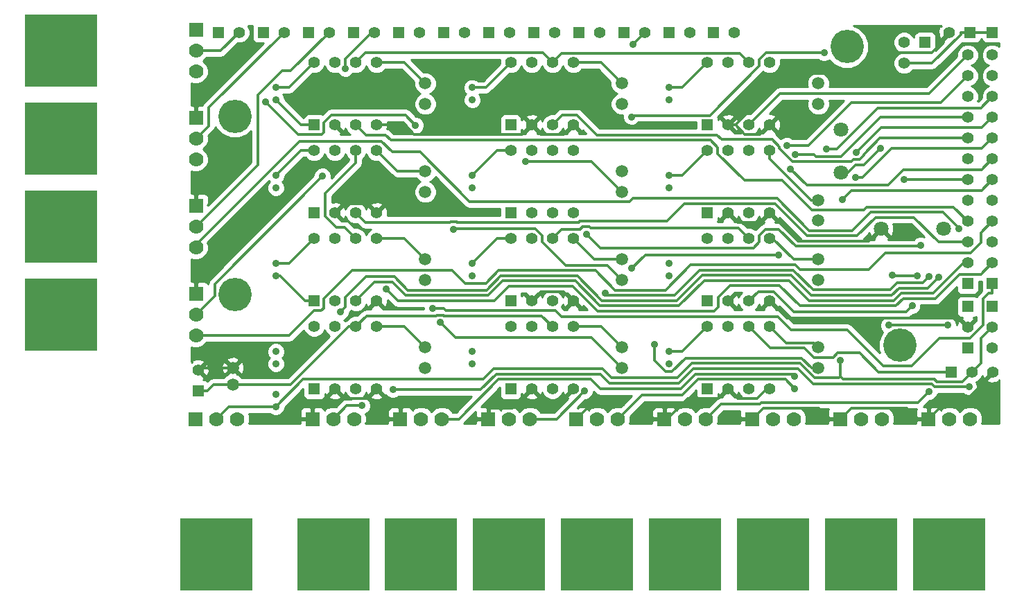
<source format=gtl>
G04 (created by PCBNEW (2013-07-07 BZR 4022)-stable) date 4/3/2014 12:54:25 PM*
%MOIN*%
G04 Gerber Fmt 3.4, Leading zero omitted, Abs format*
%FSLAX34Y34*%
G01*
G70*
G90*
G04 APERTURE LIST*
%ADD10C,0.00590551*%
%ADD11R,0.055X0.055*%
%ADD12C,0.055*%
%ADD13R,0.35X0.35*%
%ADD14C,0.07*%
%ADD15R,0.07X0.07*%
%ADD16C,0.0354331*%
%ADD17C,0.0590551*%
%ADD18C,0.16*%
%ADD19C,0.0708661*%
%ADD20C,0.035*%
%ADD21C,0.0149606*%
%ADD22C,0.01*%
G04 APERTURE END LIST*
G54D10*
G54D11*
X94594Y-40444D03*
G54D12*
X93594Y-40444D03*
X93594Y-41444D03*
G54D13*
X83070Y-65062D03*
G54D14*
X84070Y-58562D03*
X83070Y-58562D03*
G54D15*
X82070Y-58562D03*
G54D13*
X95767Y-65062D03*
G54D14*
X96767Y-58562D03*
X95767Y-58562D03*
G54D15*
X94767Y-58562D03*
G54D13*
X53047Y-45078D03*
G54D14*
X59547Y-46078D03*
X59547Y-45078D03*
G54D15*
X59547Y-44078D03*
G54D13*
X70374Y-65062D03*
G54D14*
X71374Y-58562D03*
X70374Y-58562D03*
G54D15*
X69374Y-58562D03*
G54D13*
X53047Y-49311D03*
G54D14*
X59547Y-50311D03*
X59547Y-49311D03*
G54D15*
X59547Y-48311D03*
G54D13*
X74606Y-65062D03*
G54D14*
X75606Y-58562D03*
X74606Y-58562D03*
G54D15*
X73606Y-58562D03*
G54D13*
X91535Y-65062D03*
G54D14*
X92535Y-58562D03*
X91535Y-58562D03*
G54D15*
X90535Y-58562D03*
G54D13*
X53047Y-53543D03*
G54D14*
X59547Y-54543D03*
X59547Y-53543D03*
G54D15*
X59547Y-52543D03*
G54D13*
X53047Y-40846D03*
G54D14*
X59547Y-41846D03*
X59547Y-40846D03*
G54D15*
X59547Y-39846D03*
G54D13*
X78838Y-65062D03*
G54D14*
X79838Y-58562D03*
X78838Y-58562D03*
G54D15*
X77838Y-58562D03*
G54D13*
X87303Y-65062D03*
G54D14*
X88303Y-58562D03*
X87303Y-58562D03*
G54D15*
X86303Y-58562D03*
G54D13*
X66141Y-65062D03*
G54D14*
X67141Y-58562D03*
X66141Y-58562D03*
G54D15*
X65141Y-58562D03*
X59531Y-58562D03*
G54D14*
X61531Y-58562D03*
X60531Y-58562D03*
G54D13*
X60531Y-65062D03*
G54D11*
X97834Y-53133D03*
G54D12*
X97834Y-54133D03*
X97834Y-55133D03*
G54D11*
X67118Y-39960D03*
G54D12*
X68118Y-39960D03*
G54D11*
X77944Y-39960D03*
G54D12*
X78944Y-39960D03*
G54D11*
X62787Y-39960D03*
G54D12*
X63787Y-39960D03*
G54D11*
X69283Y-39960D03*
G54D12*
X70283Y-39960D03*
G54D11*
X82275Y-39960D03*
G54D12*
X83275Y-39960D03*
G54D11*
X64952Y-39960D03*
G54D12*
X65952Y-39960D03*
G54D11*
X80110Y-39960D03*
G54D12*
X81110Y-39960D03*
G54D11*
X71448Y-39960D03*
G54D12*
X72448Y-39960D03*
G54D11*
X96759Y-39960D03*
G54D12*
X95759Y-39960D03*
G54D11*
X96653Y-55125D03*
G54D12*
X96653Y-54125D03*
G54D11*
X75779Y-39960D03*
G54D12*
X76779Y-39960D03*
G54D11*
X84440Y-39960D03*
G54D12*
X85440Y-39960D03*
G54D11*
X60622Y-39960D03*
G54D12*
X61622Y-39960D03*
G54D11*
X73614Y-39960D03*
G54D12*
X74614Y-39960D03*
G54D11*
X59645Y-57192D03*
G54D12*
X59645Y-56192D03*
G54D11*
X96653Y-52055D03*
G54D12*
X96653Y-51055D03*
X96653Y-50055D03*
X96653Y-49055D03*
X96653Y-48055D03*
X96653Y-47055D03*
X96653Y-46055D03*
X96653Y-45055D03*
X96653Y-44055D03*
X96653Y-43055D03*
X96653Y-42055D03*
X96653Y-41055D03*
G54D11*
X97834Y-52055D03*
G54D12*
X97834Y-51055D03*
X97834Y-50055D03*
X97834Y-49055D03*
X97834Y-48055D03*
X97834Y-47055D03*
X97834Y-46055D03*
X97834Y-45055D03*
X97834Y-44055D03*
X97834Y-43055D03*
X97834Y-42055D03*
X97834Y-41055D03*
G54D11*
X97834Y-39960D03*
X84129Y-48645D03*
G54D12*
X85129Y-48645D03*
X86129Y-48645D03*
X87129Y-48645D03*
X87129Y-45645D03*
X86129Y-45645D03*
X85129Y-45645D03*
X84129Y-45645D03*
G54D11*
X74681Y-44413D03*
G54D12*
X75681Y-44413D03*
X76681Y-44413D03*
X77681Y-44413D03*
X77681Y-41413D03*
X76681Y-41413D03*
X75681Y-41413D03*
X74681Y-41413D03*
G54D11*
X74681Y-52877D03*
G54D12*
X75681Y-52877D03*
X76681Y-52877D03*
X77681Y-52877D03*
X77681Y-49877D03*
X76681Y-49877D03*
X75681Y-49877D03*
X74681Y-49877D03*
G54D11*
X84129Y-52877D03*
G54D12*
X85129Y-52877D03*
X86129Y-52877D03*
X87129Y-52877D03*
X87129Y-49877D03*
X86129Y-49877D03*
X85129Y-49877D03*
X84129Y-49877D03*
G54D11*
X84129Y-44413D03*
G54D12*
X85129Y-44413D03*
X86129Y-44413D03*
X87129Y-44413D03*
X87129Y-41413D03*
X86129Y-41413D03*
X85129Y-41413D03*
X84129Y-41413D03*
G54D11*
X84129Y-57110D03*
G54D12*
X85129Y-57110D03*
X86129Y-57110D03*
X87129Y-57110D03*
X87129Y-54110D03*
X86129Y-54110D03*
X85129Y-54110D03*
X84129Y-54110D03*
G54D11*
X65232Y-57110D03*
G54D12*
X66232Y-57110D03*
X67232Y-57110D03*
X68232Y-57110D03*
X68232Y-54110D03*
X67232Y-54110D03*
X66232Y-54110D03*
X65232Y-54110D03*
G54D11*
X74681Y-48645D03*
G54D12*
X75681Y-48645D03*
X76681Y-48645D03*
X77681Y-48645D03*
X77681Y-45645D03*
X76681Y-45645D03*
X75681Y-45645D03*
X74681Y-45645D03*
G54D11*
X65232Y-52877D03*
G54D12*
X66232Y-52877D03*
X67232Y-52877D03*
X68232Y-52877D03*
X68232Y-49877D03*
X67232Y-49877D03*
X66232Y-49877D03*
X65232Y-49877D03*
G54D11*
X65232Y-48645D03*
G54D12*
X66232Y-48645D03*
X67232Y-48645D03*
X68232Y-48645D03*
X68232Y-45645D03*
X67232Y-45645D03*
X66232Y-45645D03*
X65232Y-45645D03*
G54D11*
X65232Y-44413D03*
G54D12*
X66232Y-44413D03*
X67232Y-44413D03*
X68232Y-44413D03*
X68232Y-41413D03*
X67232Y-41413D03*
X66232Y-41413D03*
X65232Y-41413D03*
G54D11*
X74681Y-57110D03*
G54D12*
X75681Y-57110D03*
X76681Y-57110D03*
X77681Y-57110D03*
X77681Y-54110D03*
X76681Y-54110D03*
X75681Y-54110D03*
X74681Y-54110D03*
G54D16*
X63385Y-51673D03*
X63385Y-51082D03*
X63385Y-55905D03*
X63385Y-55314D03*
X82283Y-43208D03*
X82283Y-42618D03*
X82283Y-47440D03*
X82283Y-46850D03*
X72834Y-43208D03*
X72834Y-42618D03*
X72834Y-51673D03*
X72834Y-51082D03*
X63385Y-47440D03*
X63385Y-46850D03*
X72834Y-47440D03*
X72834Y-46850D03*
X82283Y-51673D03*
X82283Y-51082D03*
X63385Y-57972D03*
X63385Y-57381D03*
X72834Y-55905D03*
X72834Y-55314D03*
X63385Y-43208D03*
X63385Y-42618D03*
X82283Y-55905D03*
X82283Y-55314D03*
G54D17*
X61318Y-56889D03*
X61318Y-56102D03*
X80019Y-46653D03*
X80019Y-47637D03*
X89468Y-42421D03*
X89468Y-43405D03*
X70570Y-55118D03*
X70570Y-56102D03*
X89468Y-48031D03*
X89468Y-49015D03*
X70570Y-50885D03*
X70570Y-51870D03*
X89468Y-50885D03*
X89468Y-51870D03*
X70570Y-46653D03*
X70570Y-47637D03*
X70570Y-42421D03*
X70570Y-43405D03*
X89468Y-55118D03*
X89468Y-56102D03*
X80019Y-42421D03*
X80019Y-43405D03*
X80019Y-55118D03*
X80019Y-56102D03*
X80019Y-50885D03*
X80019Y-51870D03*
G54D18*
X93405Y-55019D03*
X61417Y-52559D03*
X61417Y-43996D03*
X90846Y-40649D03*
G54D11*
X95850Y-56299D03*
G54D12*
X96850Y-56299D03*
X97850Y-56299D03*
G54D11*
X96653Y-53149D03*
G54D19*
X90551Y-46712D03*
X90551Y-44625D03*
X92496Y-49409D03*
X95496Y-49409D03*
G54D20*
X92456Y-45534D03*
X90533Y-55738D03*
X62903Y-43312D03*
X70105Y-44434D03*
X70924Y-53231D03*
X89866Y-45557D03*
X92841Y-54055D03*
X95702Y-54053D03*
X68701Y-52319D03*
X96227Y-49413D03*
X66498Y-53404D03*
X95245Y-51747D03*
X88324Y-56497D03*
X90634Y-47996D03*
X78234Y-57210D03*
X80499Y-51313D03*
X87553Y-50657D03*
X88124Y-46522D03*
X88325Y-57093D03*
X91252Y-46945D03*
X94794Y-57235D03*
X91298Y-45738D03*
X69017Y-57153D03*
X96710Y-57016D03*
X93981Y-53113D03*
X87957Y-45398D03*
X79214Y-52503D03*
X94786Y-51711D03*
X80493Y-44026D03*
X89741Y-40954D03*
X93580Y-47055D03*
X78328Y-49670D03*
X94380Y-50211D03*
X88373Y-45822D03*
X80030Y-57808D03*
X67521Y-57916D03*
X71297Y-53910D03*
X71936Y-49431D03*
X66732Y-41711D03*
X65632Y-46873D03*
X93022Y-51630D03*
X94230Y-51664D03*
X75396Y-46179D03*
X80548Y-40534D03*
X81581Y-54976D03*
G54D21*
X97284Y-55865D02*
X96850Y-56299D01*
X97284Y-54683D02*
X97284Y-55865D01*
X97834Y-54133D02*
X97284Y-54683D01*
X61122Y-57972D02*
X60531Y-58562D01*
X63385Y-57972D02*
X61122Y-57972D01*
X90533Y-55738D02*
X90533Y-56510D01*
X90659Y-56635D02*
X90533Y-56510D01*
X95042Y-56635D02*
X90659Y-56635D01*
X95169Y-56762D02*
X95042Y-56635D01*
X96387Y-56762D02*
X95169Y-56762D01*
X96850Y-56299D02*
X96387Y-56762D01*
X91652Y-46337D02*
X92456Y-45534D01*
X91258Y-46337D02*
X91652Y-46337D01*
X90883Y-46712D02*
X91258Y-46337D01*
X90551Y-46712D02*
X90883Y-46712D01*
X90462Y-56580D02*
X90533Y-56510D01*
X89278Y-56580D02*
X90462Y-56580D01*
X88575Y-55878D02*
X89278Y-56580D01*
X83383Y-55878D02*
X88575Y-55878D01*
X82687Y-56573D02*
X83383Y-55878D01*
X79513Y-56573D02*
X82687Y-56573D01*
X79082Y-56142D02*
X79513Y-56573D01*
X73862Y-56142D02*
X79082Y-56142D01*
X73351Y-56653D02*
X73862Y-56142D01*
X64704Y-56653D02*
X73351Y-56653D01*
X63385Y-57972D02*
X64704Y-56653D01*
X97834Y-39960D02*
X96759Y-39960D01*
X94938Y-41444D02*
X93594Y-41444D01*
X96309Y-40073D02*
X94938Y-41444D01*
X96309Y-39960D02*
X96309Y-40073D01*
X96759Y-39960D02*
X96309Y-39960D01*
X69615Y-43944D02*
X70105Y-44434D01*
X66048Y-43944D02*
X69615Y-43944D01*
X65682Y-44310D02*
X66048Y-43944D01*
X65682Y-44773D02*
X65682Y-44310D01*
X65592Y-44863D02*
X65682Y-44773D01*
X64454Y-44863D02*
X65592Y-44863D01*
X62903Y-43312D02*
X64454Y-44863D01*
X97834Y-52055D02*
X97834Y-52505D01*
X71466Y-53231D02*
X70924Y-53231D01*
X71562Y-53327D02*
X71466Y-53231D01*
X76838Y-53327D02*
X71562Y-53327D01*
X77133Y-53623D02*
X76838Y-53327D01*
X87522Y-53623D02*
X77133Y-53623D01*
X88160Y-54262D02*
X87522Y-53623D01*
X90847Y-54262D02*
X88160Y-54262D01*
X92584Y-55999D02*
X90847Y-54262D01*
X93968Y-55999D02*
X92584Y-55999D01*
X95292Y-54676D02*
X93968Y-55999D01*
X96744Y-54676D02*
X95292Y-54676D01*
X97384Y-54035D02*
X96744Y-54676D01*
X97384Y-52786D02*
X97384Y-54035D01*
X97665Y-52505D02*
X97384Y-52786D01*
X97834Y-52505D02*
X97665Y-52505D01*
X97284Y-43605D02*
X97834Y-43055D01*
X92320Y-43605D02*
X97284Y-43605D01*
X90368Y-45557D02*
X92320Y-43605D01*
X89866Y-45557D02*
X90368Y-45557D01*
X95684Y-54035D02*
X95702Y-54053D01*
X92861Y-54035D02*
X95684Y-54035D01*
X92841Y-54055D02*
X92861Y-54035D01*
X69252Y-52870D02*
X68701Y-52319D01*
X73882Y-52870D02*
X69252Y-52870D01*
X74584Y-52169D02*
X73882Y-52870D01*
X77672Y-52169D02*
X74584Y-52169D01*
X78860Y-53357D02*
X77672Y-52169D01*
X84473Y-53357D02*
X78860Y-53357D01*
X84671Y-53160D02*
X84473Y-53357D01*
X84671Y-52698D02*
X84671Y-53160D01*
X85222Y-52147D02*
X84671Y-52698D01*
X87605Y-52147D02*
X85222Y-52147D01*
X88576Y-53118D02*
X87605Y-52147D01*
X93206Y-53118D02*
X88576Y-53118D01*
X93561Y-52764D02*
X93206Y-53118D01*
X95101Y-52764D02*
X93561Y-52764D01*
X96260Y-51605D02*
X95101Y-52764D01*
X97284Y-51605D02*
X96260Y-51605D01*
X97834Y-51055D02*
X97284Y-51605D01*
X59547Y-50162D02*
X59547Y-50311D01*
X64514Y-45195D02*
X59547Y-50162D01*
X68472Y-45195D02*
X64514Y-45195D01*
X68998Y-45721D02*
X68472Y-45195D01*
X70312Y-45721D02*
X68998Y-45721D01*
X72704Y-48113D02*
X70312Y-45721D01*
X80397Y-48113D02*
X72704Y-48113D01*
X80566Y-47944D02*
X80397Y-48113D01*
X87488Y-47944D02*
X80566Y-47944D01*
X89034Y-49491D02*
X87488Y-47944D01*
X91104Y-49491D02*
X89034Y-49491D01*
X91988Y-48607D02*
X91104Y-49491D01*
X95450Y-48607D02*
X91988Y-48607D01*
X96227Y-49384D02*
X95450Y-48607D01*
X96227Y-49413D02*
X96227Y-49384D01*
X97284Y-49605D02*
X97834Y-49055D01*
X97284Y-50066D02*
X97284Y-49605D01*
X96790Y-50561D02*
X97284Y-50066D01*
X92685Y-50561D02*
X96790Y-50561D01*
X91885Y-51360D02*
X92685Y-50561D01*
X88584Y-51360D02*
X91885Y-51360D01*
X88372Y-51149D02*
X88584Y-51360D01*
X83318Y-51149D02*
X88372Y-51149D01*
X82108Y-52358D02*
X83318Y-51149D01*
X79704Y-52358D02*
X82108Y-52358D01*
X78765Y-51420D02*
X79704Y-52358D01*
X74097Y-51420D02*
X78765Y-51420D01*
X73490Y-52027D02*
X74097Y-51420D01*
X72483Y-52027D02*
X73490Y-52027D01*
X71854Y-51398D02*
X72483Y-52027D01*
X67055Y-51398D02*
X71854Y-51398D01*
X65682Y-52771D02*
X67055Y-51398D01*
X65682Y-53241D02*
X65682Y-52771D01*
X65568Y-53355D02*
X65682Y-53241D01*
X65214Y-53355D02*
X65568Y-53355D01*
X64026Y-54543D02*
X65214Y-53355D01*
X59547Y-54543D02*
X64026Y-54543D01*
X66732Y-53171D02*
X66498Y-53404D01*
X66732Y-52718D02*
X66732Y-53171D01*
X67732Y-51718D02*
X66732Y-52718D01*
X69086Y-51718D02*
X67732Y-51718D01*
X69724Y-52356D02*
X69086Y-51718D01*
X73514Y-52356D02*
X69724Y-52356D01*
X74200Y-51669D02*
X73514Y-52356D01*
X77879Y-51669D02*
X74200Y-51669D01*
X79067Y-52858D02*
X77879Y-51669D01*
X82668Y-52858D02*
X79067Y-52858D01*
X83878Y-51648D02*
X82668Y-52858D01*
X88165Y-51648D02*
X83878Y-51648D01*
X89136Y-52619D02*
X88165Y-51648D01*
X92999Y-52619D02*
X89136Y-52619D01*
X93354Y-52264D02*
X92999Y-52619D01*
X94728Y-52264D02*
X93354Y-52264D01*
X95245Y-51747D02*
X94728Y-52264D01*
X97308Y-47581D02*
X97834Y-47055D01*
X91049Y-47581D02*
X97308Y-47581D01*
X90634Y-47996D02*
X91049Y-47581D01*
X88226Y-56399D02*
X88324Y-56497D01*
X83568Y-56399D02*
X88226Y-56399D01*
X82851Y-57116D02*
X83568Y-56399D01*
X78996Y-57116D02*
X82851Y-57116D01*
X78529Y-56649D02*
X78996Y-57116D01*
X74095Y-56649D02*
X78529Y-56649D01*
X72182Y-58562D02*
X74095Y-56649D01*
X71374Y-58562D02*
X72182Y-58562D01*
X81155Y-50657D02*
X87553Y-50657D01*
X80499Y-51313D02*
X81155Y-50657D01*
X88911Y-47310D02*
X88124Y-46522D01*
X92830Y-47310D02*
X88911Y-47310D01*
X93566Y-46573D02*
X92830Y-47310D01*
X97316Y-46573D02*
X93566Y-46573D01*
X97834Y-46055D02*
X97316Y-46573D01*
X76881Y-58562D02*
X78234Y-57210D01*
X75606Y-58562D02*
X76881Y-58562D01*
X87881Y-56648D02*
X88325Y-57093D01*
X83675Y-56648D02*
X87881Y-56648D01*
X82923Y-57400D02*
X83675Y-56648D01*
X81000Y-57400D02*
X82923Y-57400D01*
X79838Y-58562D02*
X81000Y-57400D01*
X97334Y-45555D02*
X97834Y-45055D01*
X92993Y-45555D02*
X97334Y-45555D01*
X91602Y-46945D02*
X92993Y-45555D01*
X91252Y-46945D02*
X91602Y-46945D01*
X94267Y-57762D02*
X94794Y-57235D01*
X86733Y-57762D02*
X94267Y-57762D01*
X86650Y-57845D02*
X86733Y-57762D01*
X84788Y-57845D02*
X86650Y-57845D01*
X84070Y-58562D02*
X84788Y-57845D01*
X97334Y-44555D02*
X97834Y-44055D01*
X92481Y-44555D02*
X97334Y-44555D01*
X91298Y-45738D02*
X92481Y-44555D01*
X95070Y-57016D02*
X96710Y-57016D01*
X94939Y-56885D02*
X95070Y-57016D01*
X89229Y-56885D02*
X94939Y-56885D01*
X88486Y-56141D02*
X89229Y-56885D01*
X83472Y-56141D02*
X88486Y-56141D01*
X82764Y-56849D02*
X83472Y-56141D01*
X79436Y-56849D02*
X82764Y-56849D01*
X78980Y-56393D02*
X79436Y-56849D01*
X73997Y-56393D02*
X78980Y-56393D01*
X73238Y-57153D02*
X73997Y-56393D01*
X69017Y-57153D02*
X73238Y-57153D01*
X93704Y-53391D02*
X93981Y-53113D01*
X88285Y-53391D02*
X93704Y-53391D01*
X87317Y-52422D02*
X88285Y-53391D01*
X86585Y-52422D02*
X87317Y-52422D01*
X86129Y-52877D02*
X86585Y-52422D01*
X95361Y-43347D02*
X96653Y-42055D01*
X91049Y-43347D02*
X95361Y-43347D01*
X88998Y-45398D02*
X91049Y-43347D01*
X87957Y-45398D02*
X88998Y-45398D01*
X87629Y-42913D02*
X86129Y-44413D01*
X94795Y-42913D02*
X87629Y-42913D01*
X96653Y-41055D02*
X94795Y-42913D01*
X68140Y-51969D02*
X67232Y-52877D01*
X68984Y-51969D02*
X68140Y-51969D01*
X69635Y-52621D02*
X68984Y-51969D01*
X73602Y-52621D02*
X69635Y-52621D01*
X74304Y-51919D02*
X73602Y-52621D01*
X77775Y-51919D02*
X74304Y-51919D01*
X78964Y-53107D02*
X77775Y-51919D01*
X82772Y-53107D02*
X78964Y-53107D01*
X83981Y-51898D02*
X82772Y-53107D01*
X88062Y-51898D02*
X83981Y-51898D01*
X89033Y-52868D02*
X88062Y-51898D01*
X93103Y-52868D02*
X89033Y-52868D01*
X93457Y-52514D02*
X93103Y-52868D01*
X94997Y-52514D02*
X93457Y-52514D01*
X96457Y-51055D02*
X94997Y-52514D01*
X96653Y-51055D02*
X96457Y-51055D01*
X67686Y-49100D02*
X67232Y-48645D01*
X71773Y-49100D02*
X67686Y-49100D01*
X71791Y-49081D02*
X71773Y-49100D01*
X72081Y-49081D02*
X71791Y-49081D01*
X72100Y-49100D02*
X72081Y-49081D01*
X77945Y-49100D02*
X72100Y-49100D01*
X78007Y-49038D02*
X77945Y-49100D01*
X82181Y-49038D02*
X78007Y-49038D01*
X83025Y-48194D02*
X82181Y-49038D01*
X87384Y-48194D02*
X83025Y-48194D01*
X88940Y-49750D02*
X87384Y-48194D01*
X91323Y-49750D02*
X88940Y-49750D01*
X92216Y-48857D02*
X91323Y-49750D01*
X94044Y-48857D02*
X92216Y-48857D01*
X95242Y-50055D02*
X94044Y-48857D01*
X96653Y-50055D02*
X95242Y-50055D01*
X95956Y-48357D02*
X96653Y-49055D01*
X91803Y-48357D02*
X95956Y-48357D01*
X91658Y-48503D02*
X91803Y-48357D01*
X89145Y-48503D02*
X91658Y-48503D01*
X87723Y-47081D02*
X89145Y-48503D01*
X85914Y-47081D02*
X87723Y-47081D01*
X84629Y-45796D02*
X85914Y-47081D01*
X84629Y-45497D02*
X84629Y-45796D01*
X84287Y-45155D02*
X84629Y-45497D01*
X68910Y-45155D02*
X84287Y-45155D01*
X68660Y-44905D02*
X68910Y-45155D01*
X67724Y-44905D02*
X68660Y-44905D01*
X67232Y-44413D02*
X67724Y-44905D01*
X79319Y-52608D02*
X79214Y-52503D01*
X82565Y-52608D02*
X79319Y-52608D01*
X83774Y-51398D02*
X82565Y-52608D01*
X88269Y-51398D02*
X83774Y-51398D01*
X89218Y-52347D02*
X88269Y-51398D01*
X92918Y-52347D02*
X89218Y-52347D01*
X93250Y-52014D02*
X92918Y-52347D01*
X94483Y-52014D02*
X93250Y-52014D01*
X94786Y-51711D02*
X94483Y-52014D01*
X96653Y-47055D02*
X93580Y-47055D01*
X80562Y-43957D02*
X80493Y-44026D01*
X84250Y-43957D02*
X80562Y-43957D01*
X86629Y-41578D02*
X84250Y-43957D01*
X86629Y-41270D02*
X86629Y-41578D01*
X86945Y-40954D02*
X86629Y-41270D01*
X89741Y-40954D02*
X86945Y-40954D01*
X78986Y-50327D02*
X78328Y-49670D01*
X86345Y-50327D02*
X78986Y-50327D01*
X86629Y-50043D02*
X86345Y-50327D01*
X86629Y-49732D02*
X86629Y-50043D01*
X86939Y-49422D02*
X86629Y-49732D01*
X87553Y-49422D02*
X86939Y-49422D01*
X88380Y-50249D02*
X87553Y-49422D01*
X94342Y-50249D02*
X88380Y-50249D01*
X94380Y-50211D02*
X94342Y-50249D01*
X96653Y-45055D02*
X96653Y-45055D01*
X92440Y-45055D02*
X96653Y-45055D01*
X91648Y-45847D02*
X92440Y-45055D01*
X91648Y-45883D02*
X91648Y-45847D01*
X91443Y-46088D02*
X91648Y-45883D01*
X91154Y-46088D02*
X91443Y-46088D01*
X91068Y-46174D02*
X91154Y-46088D01*
X89263Y-46174D02*
X91068Y-46174D01*
X89261Y-46172D02*
X89263Y-46174D01*
X88228Y-46172D02*
X89261Y-46172D01*
X87607Y-45550D02*
X88228Y-46172D01*
X87607Y-45480D02*
X87607Y-45550D01*
X87245Y-45118D02*
X87607Y-45480D01*
X84808Y-45118D02*
X87245Y-45118D01*
X84595Y-44905D02*
X84808Y-45118D01*
X78820Y-44905D02*
X84595Y-44905D01*
X77866Y-43951D02*
X78820Y-44905D01*
X77142Y-43951D02*
X77866Y-43951D01*
X76681Y-44413D02*
X77142Y-43951D01*
X89264Y-45822D02*
X88373Y-45822D01*
X89367Y-45924D02*
X89264Y-45822D01*
X90574Y-45924D02*
X89367Y-45924D01*
X92444Y-44055D02*
X90574Y-45924D01*
X96653Y-44055D02*
X92444Y-44055D01*
X59736Y-56102D02*
X59645Y-56192D01*
X61318Y-56102D02*
X59736Y-56102D01*
X74753Y-58038D02*
X75681Y-57110D01*
X73606Y-58038D02*
X74753Y-58038D01*
X84671Y-57568D02*
X85129Y-57110D01*
X83187Y-57568D02*
X84671Y-57568D01*
X82193Y-58562D02*
X83187Y-57568D01*
X82070Y-58562D02*
X82193Y-58562D01*
X85925Y-44868D02*
X85475Y-44418D01*
X86674Y-44868D02*
X85925Y-44868D01*
X87129Y-44413D02*
X86674Y-44868D01*
X85134Y-44418D02*
X85475Y-44418D01*
X85129Y-44413D02*
X85134Y-44418D01*
X95759Y-40104D02*
X95759Y-39960D01*
X94919Y-40944D02*
X95759Y-40104D01*
X93009Y-40944D02*
X94919Y-40944D01*
X92024Y-41930D02*
X93009Y-40944D01*
X87963Y-41930D02*
X92024Y-41930D01*
X85475Y-44418D02*
X87963Y-41930D01*
X86680Y-49095D02*
X87129Y-48645D01*
X85579Y-49095D02*
X86680Y-49095D01*
X85129Y-48645D02*
X85579Y-49095D01*
X76131Y-52427D02*
X75681Y-52877D01*
X77231Y-52427D02*
X76131Y-52427D01*
X77681Y-52877D02*
X77231Y-52427D01*
X66682Y-48195D02*
X66232Y-48645D01*
X67782Y-48195D02*
X66682Y-48195D01*
X68232Y-48645D02*
X67782Y-48195D01*
X66688Y-57566D02*
X66232Y-57110D01*
X67859Y-57566D02*
X66688Y-57566D01*
X67859Y-57483D02*
X68232Y-57110D01*
X67859Y-57566D02*
X67859Y-57483D01*
X68849Y-58556D02*
X68849Y-58562D01*
X67859Y-57566D02*
X68849Y-58556D01*
X69374Y-58562D02*
X68849Y-58562D01*
X97850Y-56376D02*
X97850Y-56299D01*
X96696Y-57529D02*
X97850Y-56376D01*
X95800Y-57529D02*
X96696Y-57529D01*
X94767Y-58562D02*
X95800Y-57529D01*
X73606Y-58562D02*
X73606Y-58038D01*
X93717Y-58038D02*
X94242Y-58562D01*
X91060Y-58038D02*
X93717Y-58038D01*
X90535Y-58562D02*
X91060Y-58038D01*
X94767Y-58562D02*
X94242Y-58562D01*
X89485Y-58038D02*
X90010Y-58562D01*
X86828Y-58038D02*
X89485Y-58038D01*
X86303Y-58562D02*
X86828Y-58038D01*
X90535Y-58562D02*
X90010Y-58562D01*
X88483Y-49999D02*
X87129Y-48645D01*
X91905Y-49999D02*
X88483Y-49999D01*
X92496Y-49409D02*
X91905Y-49999D01*
X87943Y-53691D02*
X87129Y-52877D01*
X96219Y-53691D02*
X87943Y-53691D01*
X96653Y-54125D02*
X96219Y-53691D01*
X78592Y-57808D02*
X77838Y-58562D01*
X80030Y-57808D02*
X78592Y-57808D01*
X75231Y-44863D02*
X75681Y-44413D01*
X70039Y-44863D02*
X75231Y-44863D01*
X69589Y-44413D02*
X70039Y-44863D01*
X68232Y-44413D02*
X69589Y-44413D01*
X76131Y-44863D02*
X75681Y-44413D01*
X77231Y-44863D02*
X76131Y-44863D01*
X77681Y-44413D02*
X77231Y-44863D01*
X85579Y-57560D02*
X85129Y-57110D01*
X86534Y-57560D02*
X85579Y-57560D01*
X86984Y-57110D02*
X86534Y-57560D01*
X87129Y-57110D02*
X86984Y-57110D01*
X66788Y-57916D02*
X67521Y-57916D01*
X66141Y-58562D02*
X66788Y-57916D01*
X72034Y-54647D02*
X71297Y-53910D01*
X78565Y-54647D02*
X72034Y-54647D01*
X80019Y-56102D02*
X78565Y-54647D01*
X64027Y-42618D02*
X65232Y-41413D01*
X63385Y-42618D02*
X64027Y-42618D01*
X69562Y-41413D02*
X70570Y-42421D01*
X68232Y-41413D02*
X69562Y-41413D01*
X74039Y-49877D02*
X72834Y-51082D01*
X74681Y-49877D02*
X74039Y-49877D01*
X78688Y-50885D02*
X80019Y-50885D01*
X77681Y-49877D02*
X78688Y-50885D01*
X71967Y-49400D02*
X71936Y-49431D01*
X75847Y-49400D02*
X71967Y-49400D01*
X76181Y-49734D02*
X75847Y-49400D01*
X76181Y-50040D02*
X76181Y-49734D01*
X77311Y-51170D02*
X76181Y-50040D01*
X79320Y-51170D02*
X77311Y-51170D01*
X80019Y-51870D02*
X79320Y-51170D01*
X60168Y-44457D02*
X59547Y-45078D01*
X60168Y-43579D02*
X60168Y-44457D01*
X63787Y-39960D02*
X60168Y-43579D01*
X63577Y-51673D02*
X64782Y-52877D01*
X63385Y-51673D02*
X63577Y-51673D01*
X65232Y-52877D02*
X64782Y-52877D01*
X69562Y-54110D02*
X70570Y-55118D01*
X68232Y-54110D02*
X69562Y-54110D01*
X69240Y-46653D02*
X70570Y-46653D01*
X68232Y-45645D02*
X69240Y-46653D01*
X66732Y-41235D02*
X66732Y-41711D01*
X68007Y-39960D02*
X66732Y-41235D01*
X68118Y-39960D02*
X68007Y-39960D01*
X60442Y-52648D02*
X59547Y-53543D01*
X60442Y-52063D02*
X60442Y-52648D01*
X65632Y-46873D02*
X60442Y-52063D01*
X64027Y-51082D02*
X63385Y-51082D01*
X65232Y-49877D02*
X64027Y-51082D01*
X69562Y-49877D02*
X70570Y-50885D01*
X68232Y-49877D02*
X69562Y-49877D01*
X64091Y-41821D02*
X65952Y-39960D01*
X63680Y-41821D02*
X64091Y-41821D01*
X62523Y-42979D02*
X63680Y-41821D01*
X62523Y-46334D02*
X62523Y-42979D01*
X59547Y-49311D02*
X62523Y-46334D01*
X82925Y-46850D02*
X84129Y-45645D01*
X82283Y-46850D02*
X82925Y-46850D01*
X89138Y-48031D02*
X89468Y-48031D01*
X87129Y-46022D02*
X89138Y-48031D01*
X87129Y-45645D02*
X87129Y-46022D01*
X87269Y-49877D02*
X87129Y-49877D01*
X88276Y-50885D02*
X87269Y-49877D01*
X89468Y-50885D02*
X88276Y-50885D01*
X93057Y-51664D02*
X93022Y-51630D01*
X94230Y-51664D02*
X93057Y-51664D01*
X82925Y-42618D02*
X84129Y-41413D01*
X82283Y-42618D02*
X82925Y-42618D01*
X73476Y-42618D02*
X74681Y-41413D01*
X72834Y-42618D02*
X73476Y-42618D01*
X79011Y-41413D02*
X80019Y-42421D01*
X77681Y-41413D02*
X79011Y-41413D01*
X79011Y-54110D02*
X80019Y-55118D01*
X77681Y-54110D02*
X79011Y-54110D01*
X78561Y-46179D02*
X75396Y-46179D01*
X80019Y-47637D02*
X78561Y-46179D01*
X74039Y-45645D02*
X72834Y-46850D01*
X74681Y-45645D02*
X74039Y-45645D01*
X80548Y-40522D02*
X80548Y-40534D01*
X81110Y-39960D02*
X80548Y-40522D01*
X65232Y-44413D02*
X64782Y-44413D01*
X64590Y-44413D02*
X64782Y-44413D01*
X63385Y-43208D02*
X64590Y-44413D01*
X87911Y-54891D02*
X87129Y-54110D01*
X89241Y-54891D02*
X87911Y-54891D01*
X89468Y-55118D02*
X89241Y-54891D01*
X81581Y-55732D02*
X81581Y-54976D01*
X82121Y-56272D02*
X81581Y-55732D01*
X82438Y-56272D02*
X82121Y-56272D01*
X83087Y-55623D02*
X82438Y-56272D01*
X88674Y-55623D02*
X83087Y-55623D01*
X89153Y-56102D02*
X88674Y-55623D01*
X89468Y-56102D02*
X89153Y-56102D01*
X82925Y-55314D02*
X84129Y-54110D01*
X82283Y-55314D02*
X82925Y-55314D01*
X64590Y-45645D02*
X63385Y-46850D01*
X65232Y-45645D02*
X64590Y-45645D01*
X60736Y-40846D02*
X59547Y-40846D01*
X61622Y-39960D02*
X60736Y-40846D01*
X59645Y-57192D02*
X60095Y-57192D01*
X95850Y-56299D02*
X95400Y-56299D01*
X67690Y-40955D02*
X67232Y-41413D01*
X76223Y-40955D02*
X67690Y-40955D01*
X76681Y-41413D02*
X76223Y-40955D01*
X85679Y-40963D02*
X86129Y-41413D01*
X77131Y-40963D02*
X85679Y-40963D01*
X76681Y-41413D02*
X77131Y-40963D01*
X60398Y-56889D02*
X61318Y-56889D01*
X60095Y-57192D02*
X60398Y-56889D01*
X66879Y-54110D02*
X67232Y-54110D01*
X64099Y-56889D02*
X66879Y-54110D01*
X61318Y-56889D02*
X64099Y-56889D01*
X87160Y-55141D02*
X86129Y-54110D01*
X88794Y-55141D02*
X87160Y-55141D01*
X89255Y-55601D02*
X88794Y-55141D01*
X90175Y-55601D02*
X89255Y-55601D01*
X90388Y-55388D02*
X90175Y-55601D01*
X91447Y-55388D02*
X90388Y-55388D01*
X92358Y-56299D02*
X91447Y-55388D01*
X95400Y-56299D02*
X92358Y-56299D01*
X66704Y-49349D02*
X67232Y-49877D01*
X66291Y-49349D02*
X66704Y-49349D01*
X65763Y-48821D02*
X66291Y-49349D01*
X65763Y-47713D02*
X65763Y-48821D01*
X67232Y-46244D02*
X65763Y-47713D01*
X67232Y-45645D02*
X67232Y-46244D01*
X77131Y-49427D02*
X76681Y-49877D01*
X78011Y-49427D02*
X77131Y-49427D01*
X78127Y-49312D02*
X78011Y-49427D01*
X78465Y-49312D02*
X78127Y-49312D01*
X78539Y-49386D02*
X78465Y-49312D01*
X85638Y-49386D02*
X78539Y-49386D01*
X86129Y-49877D02*
X85638Y-49386D01*
X67749Y-53592D02*
X67232Y-54110D01*
X71082Y-53592D02*
X67749Y-53592D01*
X71115Y-53560D02*
X71082Y-53592D01*
X71442Y-53560D02*
X71115Y-53560D01*
X71474Y-53592D02*
X71442Y-53560D01*
X76163Y-53592D02*
X71474Y-53592D01*
X76681Y-54110D02*
X76163Y-53592D01*
G54D10*
G36*
X59605Y-39896D02*
X59597Y-39896D01*
X59597Y-39904D01*
X59497Y-39904D01*
X59497Y-39896D01*
X59489Y-39896D01*
X59489Y-39796D01*
X59497Y-39796D01*
X59497Y-39788D01*
X59597Y-39788D01*
X59597Y-39796D01*
X59605Y-39796D01*
X59605Y-39896D01*
X59605Y-39896D01*
G37*
G54D22*
X59605Y-39896D02*
X59597Y-39896D01*
X59597Y-39904D01*
X59497Y-39904D01*
X59497Y-39896D01*
X59489Y-39896D01*
X59489Y-39796D01*
X59497Y-39796D01*
X59497Y-39788D01*
X59597Y-39788D01*
X59597Y-39796D01*
X59605Y-39796D01*
X59605Y-39896D01*
G54D10*
G36*
X61607Y-58568D02*
X61537Y-58639D01*
X61531Y-58633D01*
X61525Y-58639D01*
X61455Y-58568D01*
X61460Y-58562D01*
X61455Y-58557D01*
X61525Y-58486D01*
X61531Y-58492D01*
X61537Y-58486D01*
X61607Y-58557D01*
X61602Y-58562D01*
X61607Y-58568D01*
X61607Y-58568D01*
G37*
G54D22*
X61607Y-58568D02*
X61537Y-58639D01*
X61531Y-58633D01*
X61525Y-58639D01*
X61455Y-58568D01*
X61460Y-58562D01*
X61455Y-58557D01*
X61525Y-58486D01*
X61531Y-58492D01*
X61537Y-58486D01*
X61607Y-58557D01*
X61602Y-58562D01*
X61607Y-58568D01*
G54D10*
G36*
X62198Y-46200D02*
X60147Y-48251D01*
X60137Y-48261D01*
X60084Y-48261D01*
X60147Y-48198D01*
X60147Y-48010D01*
X60147Y-47911D01*
X60109Y-47819D01*
X60038Y-47748D01*
X59946Y-47710D01*
X59659Y-47711D01*
X59597Y-47773D01*
X59597Y-48261D01*
X59605Y-48261D01*
X59605Y-48361D01*
X59597Y-48361D01*
X59597Y-48368D01*
X59497Y-48368D01*
X59497Y-48361D01*
X59489Y-48361D01*
X59489Y-48261D01*
X59497Y-48261D01*
X59497Y-47773D01*
X59434Y-47711D01*
X59324Y-47711D01*
X59324Y-46636D01*
X59427Y-46678D01*
X59666Y-46678D01*
X59886Y-46587D01*
X60055Y-46419D01*
X60147Y-46198D01*
X60147Y-45959D01*
X60056Y-45739D01*
X59895Y-45578D01*
X60055Y-45419D01*
X60147Y-45198D01*
X60147Y-44959D01*
X60140Y-44944D01*
X60398Y-44686D01*
X60469Y-44581D01*
X60486Y-44493D01*
X60526Y-44590D01*
X60821Y-44885D01*
X61207Y-45045D01*
X61625Y-45046D01*
X62011Y-44886D01*
X62198Y-44699D01*
X62198Y-46200D01*
X62198Y-46200D01*
G37*
G54D22*
X62198Y-46200D02*
X60147Y-48251D01*
X60137Y-48261D01*
X60084Y-48261D01*
X60147Y-48198D01*
X60147Y-48010D01*
X60147Y-47911D01*
X60109Y-47819D01*
X60038Y-47748D01*
X59946Y-47710D01*
X59659Y-47711D01*
X59597Y-47773D01*
X59597Y-48261D01*
X59605Y-48261D01*
X59605Y-48361D01*
X59597Y-48361D01*
X59597Y-48368D01*
X59497Y-48368D01*
X59497Y-48361D01*
X59489Y-48361D01*
X59489Y-48261D01*
X59497Y-48261D01*
X59497Y-47773D01*
X59434Y-47711D01*
X59324Y-47711D01*
X59324Y-46636D01*
X59427Y-46678D01*
X59666Y-46678D01*
X59886Y-46587D01*
X60055Y-46419D01*
X60147Y-46198D01*
X60147Y-45959D01*
X60056Y-45739D01*
X59895Y-45578D01*
X60055Y-45419D01*
X60147Y-45198D01*
X60147Y-44959D01*
X60140Y-44944D01*
X60398Y-44686D01*
X60469Y-44581D01*
X60486Y-44493D01*
X60526Y-44590D01*
X60821Y-44885D01*
X61207Y-45045D01*
X61625Y-45046D01*
X62011Y-44886D01*
X62198Y-44699D01*
X62198Y-46200D01*
G54D10*
G36*
X62803Y-40485D02*
X59939Y-43349D01*
X59868Y-43454D01*
X59864Y-43478D01*
X59659Y-43478D01*
X59597Y-43541D01*
X59597Y-44028D01*
X59605Y-44028D01*
X59605Y-44128D01*
X59597Y-44128D01*
X59597Y-44136D01*
X59497Y-44136D01*
X59497Y-44128D01*
X59489Y-44128D01*
X59489Y-44028D01*
X59497Y-44028D01*
X59497Y-43541D01*
X59434Y-43478D01*
X59324Y-43478D01*
X59324Y-42403D01*
X59427Y-42446D01*
X59666Y-42446D01*
X59886Y-42355D01*
X60055Y-42186D01*
X60147Y-41966D01*
X60147Y-41727D01*
X60056Y-41507D01*
X59895Y-41346D01*
X60055Y-41186D01*
X60062Y-41171D01*
X60736Y-41171D01*
X60860Y-41146D01*
X60965Y-41076D01*
X61556Y-40485D01*
X61726Y-40485D01*
X61919Y-40405D01*
X62066Y-40258D01*
X62146Y-40065D01*
X62147Y-39856D01*
X62067Y-39663D01*
X62043Y-39639D01*
X62262Y-39639D01*
X62262Y-39735D01*
X62262Y-40285D01*
X62300Y-40377D01*
X62370Y-40447D01*
X62462Y-40485D01*
X62561Y-40485D01*
X62803Y-40485D01*
X62803Y-40485D01*
G37*
G54D22*
X62803Y-40485D02*
X59939Y-43349D01*
X59868Y-43454D01*
X59864Y-43478D01*
X59659Y-43478D01*
X59597Y-43541D01*
X59597Y-44028D01*
X59605Y-44028D01*
X59605Y-44128D01*
X59597Y-44128D01*
X59597Y-44136D01*
X59497Y-44136D01*
X59497Y-44128D01*
X59489Y-44128D01*
X59489Y-44028D01*
X59497Y-44028D01*
X59497Y-43541D01*
X59434Y-43478D01*
X59324Y-43478D01*
X59324Y-42403D01*
X59427Y-42446D01*
X59666Y-42446D01*
X59886Y-42355D01*
X60055Y-42186D01*
X60147Y-41966D01*
X60147Y-41727D01*
X60056Y-41507D01*
X59895Y-41346D01*
X60055Y-41186D01*
X60062Y-41171D01*
X60736Y-41171D01*
X60860Y-41146D01*
X60965Y-41076D01*
X61556Y-40485D01*
X61726Y-40485D01*
X61919Y-40405D01*
X62066Y-40258D01*
X62146Y-40065D01*
X62147Y-39856D01*
X62067Y-39663D01*
X62043Y-39639D01*
X62262Y-39639D01*
X62262Y-39735D01*
X62262Y-40285D01*
X62300Y-40377D01*
X62370Y-40447D01*
X62462Y-40485D01*
X62561Y-40485D01*
X62803Y-40485D01*
G54D10*
G36*
X63462Y-57387D02*
X63391Y-57458D01*
X63385Y-57452D01*
X63380Y-57458D01*
X63309Y-57387D01*
X63315Y-57381D01*
X63309Y-57376D01*
X63380Y-57305D01*
X63385Y-57311D01*
X63391Y-57305D01*
X63462Y-57376D01*
X63456Y-57381D01*
X63462Y-57387D01*
X63462Y-57387D01*
G37*
G54D22*
X63462Y-57387D02*
X63391Y-57458D01*
X63385Y-57452D01*
X63380Y-57458D01*
X63309Y-57387D01*
X63315Y-57381D01*
X63309Y-57376D01*
X63380Y-57305D01*
X63385Y-57311D01*
X63391Y-57305D01*
X63462Y-57376D01*
X63456Y-57381D01*
X63462Y-57387D01*
G54D10*
G36*
X65963Y-54566D02*
X63965Y-56564D01*
X63813Y-56564D01*
X63813Y-55820D01*
X63748Y-55663D01*
X63694Y-55610D01*
X63747Y-55557D01*
X63812Y-55400D01*
X63813Y-55230D01*
X63748Y-55073D01*
X63628Y-54953D01*
X63471Y-54887D01*
X63301Y-54887D01*
X63144Y-54952D01*
X63023Y-55072D01*
X62958Y-55229D01*
X62958Y-55399D01*
X63023Y-55556D01*
X63076Y-55610D01*
X63023Y-55663D01*
X62958Y-55820D01*
X62958Y-55990D01*
X63023Y-56147D01*
X63143Y-56267D01*
X63300Y-56332D01*
X63470Y-56332D01*
X63627Y-56267D01*
X63747Y-56147D01*
X63812Y-55990D01*
X63813Y-55820D01*
X63813Y-56564D01*
X61868Y-56564D01*
X61868Y-56183D01*
X61857Y-55966D01*
X61796Y-55817D01*
X61701Y-55790D01*
X61630Y-55861D01*
X61630Y-55719D01*
X61603Y-55625D01*
X61399Y-55552D01*
X61182Y-55563D01*
X61033Y-55625D01*
X61007Y-55719D01*
X61318Y-56031D01*
X61630Y-55719D01*
X61630Y-55861D01*
X61389Y-56102D01*
X61701Y-56414D01*
X61796Y-56387D01*
X61868Y-56183D01*
X61868Y-56564D01*
X61765Y-56564D01*
X61628Y-56427D01*
X61534Y-56389D01*
X61318Y-56173D01*
X61248Y-56243D01*
X61248Y-56102D01*
X60936Y-55790D01*
X60841Y-55817D01*
X60768Y-56021D01*
X60779Y-56238D01*
X60841Y-56387D01*
X60936Y-56414D01*
X61248Y-56102D01*
X61248Y-56243D01*
X61102Y-56388D01*
X61010Y-56427D01*
X60872Y-56564D01*
X60398Y-56564D01*
X60274Y-56589D01*
X60175Y-56655D01*
X60175Y-56268D01*
X60164Y-56060D01*
X60106Y-55920D01*
X60013Y-55895D01*
X59942Y-55966D01*
X59716Y-56192D01*
X60013Y-56489D01*
X60106Y-56465D01*
X60175Y-56268D01*
X60175Y-56655D01*
X60169Y-56660D01*
X60092Y-56736D01*
X60062Y-56706D01*
X59970Y-56667D01*
X59883Y-56667D01*
X59918Y-56653D01*
X59942Y-56560D01*
X59645Y-56263D01*
X59640Y-56269D01*
X59569Y-56198D01*
X59574Y-56192D01*
X59569Y-56187D01*
X59640Y-56116D01*
X59645Y-56122D01*
X59942Y-55825D01*
X59918Y-55732D01*
X59721Y-55663D01*
X59512Y-55674D01*
X59372Y-55732D01*
X59348Y-55825D01*
X59324Y-55801D01*
X59324Y-55100D01*
X59427Y-55143D01*
X59666Y-55143D01*
X59886Y-55052D01*
X60055Y-54883D01*
X60062Y-54868D01*
X64026Y-54868D01*
X64150Y-54843D01*
X64256Y-54772D01*
X64738Y-54290D01*
X64786Y-54407D01*
X64934Y-54555D01*
X65127Y-54635D01*
X65336Y-54635D01*
X65529Y-54555D01*
X65677Y-54408D01*
X65732Y-54275D01*
X65786Y-54407D01*
X65934Y-54555D01*
X65963Y-54566D01*
X65963Y-54566D01*
G37*
G54D22*
X65963Y-54566D02*
X63965Y-56564D01*
X63813Y-56564D01*
X63813Y-55820D01*
X63748Y-55663D01*
X63694Y-55610D01*
X63747Y-55557D01*
X63812Y-55400D01*
X63813Y-55230D01*
X63748Y-55073D01*
X63628Y-54953D01*
X63471Y-54887D01*
X63301Y-54887D01*
X63144Y-54952D01*
X63023Y-55072D01*
X62958Y-55229D01*
X62958Y-55399D01*
X63023Y-55556D01*
X63076Y-55610D01*
X63023Y-55663D01*
X62958Y-55820D01*
X62958Y-55990D01*
X63023Y-56147D01*
X63143Y-56267D01*
X63300Y-56332D01*
X63470Y-56332D01*
X63627Y-56267D01*
X63747Y-56147D01*
X63812Y-55990D01*
X63813Y-55820D01*
X63813Y-56564D01*
X61868Y-56564D01*
X61868Y-56183D01*
X61857Y-55966D01*
X61796Y-55817D01*
X61701Y-55790D01*
X61630Y-55861D01*
X61630Y-55719D01*
X61603Y-55625D01*
X61399Y-55552D01*
X61182Y-55563D01*
X61033Y-55625D01*
X61007Y-55719D01*
X61318Y-56031D01*
X61630Y-55719D01*
X61630Y-55861D01*
X61389Y-56102D01*
X61701Y-56414D01*
X61796Y-56387D01*
X61868Y-56183D01*
X61868Y-56564D01*
X61765Y-56564D01*
X61628Y-56427D01*
X61534Y-56389D01*
X61318Y-56173D01*
X61248Y-56243D01*
X61248Y-56102D01*
X60936Y-55790D01*
X60841Y-55817D01*
X60768Y-56021D01*
X60779Y-56238D01*
X60841Y-56387D01*
X60936Y-56414D01*
X61248Y-56102D01*
X61248Y-56243D01*
X61102Y-56388D01*
X61010Y-56427D01*
X60872Y-56564D01*
X60398Y-56564D01*
X60274Y-56589D01*
X60175Y-56655D01*
X60175Y-56268D01*
X60164Y-56060D01*
X60106Y-55920D01*
X60013Y-55895D01*
X59942Y-55966D01*
X59716Y-56192D01*
X60013Y-56489D01*
X60106Y-56465D01*
X60175Y-56268D01*
X60175Y-56655D01*
X60169Y-56660D01*
X60092Y-56736D01*
X60062Y-56706D01*
X59970Y-56667D01*
X59883Y-56667D01*
X59918Y-56653D01*
X59942Y-56560D01*
X59645Y-56263D01*
X59640Y-56269D01*
X59569Y-56198D01*
X59574Y-56192D01*
X59569Y-56187D01*
X59640Y-56116D01*
X59645Y-56122D01*
X59942Y-55825D01*
X59918Y-55732D01*
X59721Y-55663D01*
X59512Y-55674D01*
X59372Y-55732D01*
X59348Y-55825D01*
X59324Y-55801D01*
X59324Y-55100D01*
X59427Y-55143D01*
X59666Y-55143D01*
X59886Y-55052D01*
X60055Y-54883D01*
X60062Y-54868D01*
X64026Y-54868D01*
X64150Y-54843D01*
X64256Y-54772D01*
X64738Y-54290D01*
X64786Y-54407D01*
X64934Y-54555D01*
X65127Y-54635D01*
X65336Y-54635D01*
X65529Y-54555D01*
X65677Y-54408D01*
X65732Y-54275D01*
X65786Y-54407D01*
X65934Y-54555D01*
X65963Y-54566D01*
G54D10*
G36*
X66308Y-52883D02*
X66237Y-52954D01*
X66232Y-52948D01*
X66226Y-52954D01*
X66156Y-52883D01*
X66161Y-52877D01*
X66156Y-52872D01*
X66226Y-52801D01*
X66232Y-52807D01*
X66237Y-52801D01*
X66308Y-52872D01*
X66302Y-52877D01*
X66308Y-52883D01*
X66308Y-52883D01*
G37*
G54D22*
X66308Y-52883D02*
X66237Y-52954D01*
X66232Y-52948D01*
X66226Y-52954D01*
X66156Y-52883D01*
X66161Y-52877D01*
X66156Y-52872D01*
X66226Y-52801D01*
X66232Y-52807D01*
X66237Y-52801D01*
X66308Y-52872D01*
X66302Y-52877D01*
X66308Y-52883D01*
G54D10*
G36*
X66907Y-46109D02*
X66056Y-46960D01*
X66057Y-46958D01*
X66057Y-46789D01*
X65993Y-46633D01*
X65873Y-46513D01*
X65717Y-46448D01*
X65548Y-46448D01*
X65392Y-46513D01*
X65272Y-46632D01*
X65207Y-46788D01*
X65207Y-46839D01*
X60212Y-51834D01*
X60142Y-51939D01*
X60117Y-52063D01*
X60117Y-52071D01*
X60109Y-52051D01*
X60038Y-51981D01*
X59946Y-51943D01*
X59659Y-51943D01*
X59597Y-52005D01*
X59597Y-52493D01*
X59605Y-52493D01*
X59605Y-52593D01*
X59597Y-52593D01*
X59597Y-52601D01*
X59497Y-52601D01*
X59497Y-52593D01*
X59489Y-52593D01*
X59489Y-52493D01*
X59497Y-52493D01*
X59497Y-52005D01*
X59434Y-51943D01*
X59324Y-51943D01*
X59324Y-50868D01*
X59427Y-50910D01*
X59666Y-50911D01*
X59886Y-50819D01*
X60055Y-50651D01*
X60147Y-50430D01*
X60147Y-50192D01*
X60097Y-50071D01*
X63050Y-47119D01*
X63076Y-47145D01*
X63023Y-47198D01*
X62958Y-47355D01*
X62958Y-47525D01*
X63023Y-47682D01*
X63143Y-47802D01*
X63300Y-47868D01*
X63470Y-47868D01*
X63627Y-47803D01*
X63747Y-47683D01*
X63812Y-47526D01*
X63813Y-47356D01*
X63748Y-47199D01*
X63694Y-47145D01*
X63747Y-47092D01*
X63812Y-46935D01*
X63812Y-46882D01*
X64725Y-45970D01*
X64814Y-45970D01*
X64934Y-46090D01*
X65127Y-46170D01*
X65336Y-46170D01*
X65529Y-46091D01*
X65677Y-45943D01*
X65732Y-45810D01*
X65786Y-45942D01*
X65934Y-46090D01*
X66127Y-46170D01*
X66336Y-46170D01*
X66529Y-46091D01*
X66677Y-45943D01*
X66732Y-45810D01*
X66786Y-45942D01*
X66907Y-46063D01*
X66907Y-46109D01*
X66907Y-46109D01*
G37*
G54D22*
X66907Y-46109D02*
X66056Y-46960D01*
X66057Y-46958D01*
X66057Y-46789D01*
X65993Y-46633D01*
X65873Y-46513D01*
X65717Y-46448D01*
X65548Y-46448D01*
X65392Y-46513D01*
X65272Y-46632D01*
X65207Y-46788D01*
X65207Y-46839D01*
X60212Y-51834D01*
X60142Y-51939D01*
X60117Y-52063D01*
X60117Y-52071D01*
X60109Y-52051D01*
X60038Y-51981D01*
X59946Y-51943D01*
X59659Y-51943D01*
X59597Y-52005D01*
X59597Y-52493D01*
X59605Y-52493D01*
X59605Y-52593D01*
X59597Y-52593D01*
X59597Y-52601D01*
X59497Y-52601D01*
X59497Y-52593D01*
X59489Y-52593D01*
X59489Y-52493D01*
X59497Y-52493D01*
X59497Y-52005D01*
X59434Y-51943D01*
X59324Y-51943D01*
X59324Y-50868D01*
X59427Y-50910D01*
X59666Y-50911D01*
X59886Y-50819D01*
X60055Y-50651D01*
X60147Y-50430D01*
X60147Y-50192D01*
X60097Y-50071D01*
X63050Y-47119D01*
X63076Y-47145D01*
X63023Y-47198D01*
X62958Y-47355D01*
X62958Y-47525D01*
X63023Y-47682D01*
X63143Y-47802D01*
X63300Y-47868D01*
X63470Y-47868D01*
X63627Y-47803D01*
X63747Y-47683D01*
X63812Y-47526D01*
X63813Y-47356D01*
X63748Y-47199D01*
X63694Y-47145D01*
X63747Y-47092D01*
X63812Y-46935D01*
X63812Y-46882D01*
X64725Y-45970D01*
X64814Y-45970D01*
X64934Y-46090D01*
X65127Y-46170D01*
X65336Y-46170D01*
X65529Y-46091D01*
X65677Y-45943D01*
X65732Y-45810D01*
X65786Y-45942D01*
X65934Y-46090D01*
X66127Y-46170D01*
X66336Y-46170D01*
X66529Y-46091D01*
X66677Y-45943D01*
X66732Y-45810D01*
X66786Y-45942D01*
X66907Y-46063D01*
X66907Y-46109D01*
G54D10*
G36*
X66964Y-44870D02*
X66505Y-44870D01*
X66529Y-44781D01*
X66232Y-44484D01*
X66226Y-44489D01*
X66156Y-44418D01*
X66161Y-44413D01*
X66156Y-44407D01*
X66226Y-44337D01*
X66232Y-44342D01*
X66237Y-44337D01*
X66308Y-44407D01*
X66302Y-44413D01*
X66600Y-44710D01*
X66692Y-44686D01*
X66731Y-44576D01*
X66786Y-44710D01*
X66934Y-44858D01*
X66964Y-44870D01*
X66964Y-44870D01*
G37*
G54D22*
X66964Y-44870D02*
X66505Y-44870D01*
X66529Y-44781D01*
X66232Y-44484D01*
X66226Y-44489D01*
X66156Y-44418D01*
X66161Y-44413D01*
X66156Y-44407D01*
X66226Y-44337D01*
X66232Y-44342D01*
X66237Y-44337D01*
X66308Y-44407D01*
X66302Y-44413D01*
X66600Y-44710D01*
X66692Y-44686D01*
X66731Y-44576D01*
X66786Y-44710D01*
X66934Y-44858D01*
X66964Y-44870D01*
G54D10*
G36*
X67022Y-57591D02*
X66788Y-57591D01*
X66664Y-57616D01*
X66558Y-57686D01*
X66529Y-57716D01*
X66529Y-57478D01*
X66232Y-57180D01*
X65935Y-57478D01*
X65959Y-57570D01*
X66156Y-57640D01*
X66365Y-57628D01*
X66505Y-57570D01*
X66529Y-57478D01*
X66529Y-57716D01*
X66276Y-57969D01*
X66261Y-57963D01*
X66022Y-57962D01*
X65802Y-58054D01*
X65727Y-58128D01*
X65703Y-58071D01*
X65633Y-58001D01*
X65541Y-57963D01*
X65442Y-57962D01*
X65254Y-57962D01*
X65191Y-58025D01*
X65191Y-58512D01*
X65199Y-58512D01*
X65199Y-58612D01*
X65191Y-58612D01*
X65191Y-58620D01*
X65091Y-58620D01*
X65091Y-58612D01*
X65091Y-58512D01*
X65091Y-58025D01*
X65029Y-57962D01*
X64841Y-57962D01*
X64741Y-57963D01*
X64649Y-58001D01*
X64579Y-58071D01*
X64541Y-58163D01*
X64541Y-58450D01*
X64604Y-58512D01*
X65091Y-58512D01*
X65091Y-58612D01*
X64604Y-58612D01*
X64541Y-58675D01*
X64541Y-58785D01*
X62089Y-58785D01*
X62136Y-58656D01*
X62125Y-58418D01*
X62075Y-58297D01*
X63106Y-58297D01*
X63143Y-58334D01*
X63300Y-58399D01*
X63470Y-58399D01*
X63627Y-58334D01*
X63747Y-58214D01*
X63812Y-58057D01*
X63812Y-58004D01*
X64707Y-57110D01*
X64707Y-57434D01*
X64745Y-57526D01*
X64815Y-57597D01*
X64907Y-57635D01*
X65006Y-57635D01*
X65556Y-57635D01*
X65648Y-57597D01*
X65719Y-57527D01*
X65757Y-57435D01*
X65757Y-57348D01*
X65771Y-57383D01*
X65864Y-57407D01*
X66161Y-57110D01*
X66156Y-57104D01*
X66226Y-57033D01*
X66232Y-57039D01*
X66237Y-57033D01*
X66308Y-57104D01*
X66302Y-57110D01*
X66600Y-57407D01*
X66692Y-57383D01*
X66731Y-57273D01*
X66786Y-57407D01*
X66934Y-57555D01*
X67022Y-57591D01*
X67022Y-57591D01*
G37*
G54D22*
X67022Y-57591D02*
X66788Y-57591D01*
X66664Y-57616D01*
X66558Y-57686D01*
X66529Y-57716D01*
X66529Y-57478D01*
X66232Y-57180D01*
X65935Y-57478D01*
X65959Y-57570D01*
X66156Y-57640D01*
X66365Y-57628D01*
X66505Y-57570D01*
X66529Y-57478D01*
X66529Y-57716D01*
X66276Y-57969D01*
X66261Y-57963D01*
X66022Y-57962D01*
X65802Y-58054D01*
X65727Y-58128D01*
X65703Y-58071D01*
X65633Y-58001D01*
X65541Y-57963D01*
X65442Y-57962D01*
X65254Y-57962D01*
X65191Y-58025D01*
X65191Y-58512D01*
X65199Y-58512D01*
X65199Y-58612D01*
X65191Y-58612D01*
X65191Y-58620D01*
X65091Y-58620D01*
X65091Y-58612D01*
X65091Y-58512D01*
X65091Y-58025D01*
X65029Y-57962D01*
X64841Y-57962D01*
X64741Y-57963D01*
X64649Y-58001D01*
X64579Y-58071D01*
X64541Y-58163D01*
X64541Y-58450D01*
X64604Y-58512D01*
X65091Y-58512D01*
X65091Y-58612D01*
X64604Y-58612D01*
X64541Y-58675D01*
X64541Y-58785D01*
X62089Y-58785D01*
X62136Y-58656D01*
X62125Y-58418D01*
X62075Y-58297D01*
X63106Y-58297D01*
X63143Y-58334D01*
X63300Y-58399D01*
X63470Y-58399D01*
X63627Y-58334D01*
X63747Y-58214D01*
X63812Y-58057D01*
X63812Y-58004D01*
X64707Y-57110D01*
X64707Y-57434D01*
X64745Y-57526D01*
X64815Y-57597D01*
X64907Y-57635D01*
X65006Y-57635D01*
X65556Y-57635D01*
X65648Y-57597D01*
X65719Y-57527D01*
X65757Y-57435D01*
X65757Y-57348D01*
X65771Y-57383D01*
X65864Y-57407D01*
X66161Y-57110D01*
X66156Y-57104D01*
X66226Y-57033D01*
X66232Y-57039D01*
X66237Y-57033D01*
X66308Y-57104D01*
X66302Y-57110D01*
X66600Y-57407D01*
X66692Y-57383D01*
X66731Y-57273D01*
X66786Y-57407D01*
X66934Y-57555D01*
X67022Y-57591D01*
G54D10*
G36*
X68308Y-44418D02*
X68237Y-44489D01*
X68232Y-44484D01*
X68226Y-44489D01*
X68156Y-44418D01*
X68161Y-44413D01*
X68156Y-44407D01*
X68226Y-44337D01*
X68232Y-44342D01*
X68237Y-44337D01*
X68308Y-44407D01*
X68302Y-44413D01*
X68308Y-44418D01*
X68308Y-44418D01*
G37*
G54D22*
X68308Y-44418D02*
X68237Y-44489D01*
X68232Y-44484D01*
X68226Y-44489D01*
X68156Y-44418D01*
X68161Y-44413D01*
X68156Y-44407D01*
X68226Y-44337D01*
X68232Y-44342D01*
X68237Y-44337D01*
X68308Y-44407D01*
X68302Y-44413D01*
X68308Y-44418D01*
G54D10*
G36*
X69950Y-44830D02*
X69045Y-44830D01*
X68890Y-44675D01*
X68785Y-44605D01*
X68725Y-44593D01*
X68762Y-44489D01*
X68750Y-44280D01*
X68746Y-44269D01*
X69480Y-44269D01*
X69680Y-44468D01*
X69680Y-44518D01*
X69744Y-44674D01*
X69864Y-44794D01*
X69950Y-44830D01*
X69950Y-44830D01*
G37*
G54D22*
X69950Y-44830D02*
X69045Y-44830D01*
X68890Y-44675D01*
X68785Y-44605D01*
X68725Y-44593D01*
X68762Y-44489D01*
X68750Y-44280D01*
X68746Y-44269D01*
X69480Y-44269D01*
X69680Y-44468D01*
X69680Y-44518D01*
X69744Y-44674D01*
X69864Y-44794D01*
X69950Y-44830D01*
G54D10*
G36*
X70499Y-53195D02*
X70499Y-53268D01*
X68523Y-53268D01*
X68529Y-53245D01*
X68232Y-52948D01*
X67935Y-53245D01*
X67941Y-53268D01*
X67749Y-53268D01*
X67625Y-53292D01*
X67590Y-53316D01*
X67519Y-53363D01*
X67297Y-53585D01*
X67128Y-53585D01*
X66935Y-53664D01*
X66798Y-53801D01*
X66798Y-53801D01*
X66754Y-53810D01*
X66719Y-53833D01*
X66693Y-53851D01*
X66677Y-53813D01*
X66661Y-53797D01*
X66739Y-53765D01*
X66858Y-53645D01*
X66923Y-53489D01*
X66923Y-53439D01*
X66961Y-53400D01*
X66961Y-53400D01*
X66996Y-53348D01*
X67127Y-53402D01*
X67336Y-53403D01*
X67529Y-53323D01*
X67677Y-53175D01*
X67729Y-53049D01*
X67771Y-53150D01*
X67864Y-53175D01*
X68161Y-52877D01*
X68156Y-52872D01*
X68226Y-52801D01*
X68232Y-52807D01*
X68237Y-52801D01*
X68308Y-52872D01*
X68302Y-52877D01*
X68600Y-53175D01*
X68692Y-53150D01*
X68762Y-52953D01*
X68755Y-52833D01*
X69022Y-53100D01*
X69022Y-53100D01*
X69128Y-53170D01*
X69252Y-53195D01*
X70499Y-53195D01*
X70499Y-53195D01*
G37*
G54D22*
X70499Y-53195D02*
X70499Y-53268D01*
X68523Y-53268D01*
X68529Y-53245D01*
X68232Y-52948D01*
X67935Y-53245D01*
X67941Y-53268D01*
X67749Y-53268D01*
X67625Y-53292D01*
X67590Y-53316D01*
X67519Y-53363D01*
X67297Y-53585D01*
X67128Y-53585D01*
X66935Y-53664D01*
X66798Y-53801D01*
X66798Y-53801D01*
X66754Y-53810D01*
X66719Y-53833D01*
X66693Y-53851D01*
X66677Y-53813D01*
X66661Y-53797D01*
X66739Y-53765D01*
X66858Y-53645D01*
X66923Y-53489D01*
X66923Y-53439D01*
X66961Y-53400D01*
X66961Y-53400D01*
X66996Y-53348D01*
X67127Y-53402D01*
X67336Y-53403D01*
X67529Y-53323D01*
X67677Y-53175D01*
X67729Y-53049D01*
X67771Y-53150D01*
X67864Y-53175D01*
X68161Y-52877D01*
X68156Y-52872D01*
X68226Y-52801D01*
X68232Y-52807D01*
X68237Y-52801D01*
X68308Y-52872D01*
X68302Y-52877D01*
X68600Y-53175D01*
X68692Y-53150D01*
X68762Y-52953D01*
X68755Y-52833D01*
X69022Y-53100D01*
X69022Y-53100D01*
X69128Y-53170D01*
X69252Y-53195D01*
X70499Y-53195D01*
G54D10*
G36*
X72807Y-57477D02*
X72047Y-58238D01*
X71889Y-58238D01*
X71882Y-58223D01*
X71714Y-58054D01*
X71493Y-57963D01*
X71255Y-57962D01*
X71034Y-58054D01*
X70873Y-58214D01*
X70714Y-58054D01*
X70493Y-57963D01*
X70255Y-57962D01*
X70034Y-58054D01*
X69959Y-58128D01*
X69936Y-58071D01*
X69865Y-58001D01*
X69773Y-57963D01*
X69674Y-57962D01*
X69486Y-57962D01*
X69424Y-58025D01*
X69424Y-58512D01*
X69431Y-58512D01*
X69431Y-58612D01*
X69424Y-58612D01*
X69424Y-58620D01*
X69324Y-58620D01*
X69324Y-58612D01*
X69324Y-58512D01*
X69324Y-58025D01*
X69261Y-57962D01*
X69073Y-57962D01*
X68974Y-57963D01*
X68882Y-58001D01*
X68811Y-58071D01*
X68773Y-58163D01*
X68774Y-58450D01*
X68836Y-58512D01*
X69324Y-58512D01*
X69324Y-58612D01*
X68836Y-58612D01*
X68774Y-58675D01*
X68773Y-58785D01*
X68529Y-58785D01*
X68529Y-57478D01*
X68232Y-57180D01*
X67935Y-57478D01*
X67959Y-57570D01*
X68156Y-57640D01*
X68365Y-57628D01*
X68505Y-57570D01*
X68529Y-57478D01*
X68529Y-58785D01*
X67699Y-58785D01*
X67741Y-58682D01*
X67741Y-58444D01*
X67685Y-58308D01*
X67761Y-58276D01*
X67881Y-58157D01*
X67946Y-58001D01*
X67946Y-57832D01*
X67881Y-57675D01*
X67762Y-57556D01*
X67606Y-57491D01*
X67593Y-57491D01*
X67677Y-57408D01*
X67729Y-57281D01*
X67771Y-57383D01*
X67864Y-57407D01*
X68161Y-57110D01*
X68156Y-57104D01*
X68226Y-57033D01*
X68232Y-57039D01*
X68237Y-57033D01*
X68308Y-57104D01*
X68302Y-57110D01*
X68600Y-57407D01*
X68656Y-57392D01*
X68656Y-57393D01*
X68776Y-57513D01*
X68932Y-57577D01*
X69101Y-57578D01*
X69257Y-57513D01*
X69293Y-57477D01*
X72807Y-57477D01*
X72807Y-57477D01*
G37*
G54D22*
X72807Y-57477D02*
X72047Y-58238D01*
X71889Y-58238D01*
X71882Y-58223D01*
X71714Y-58054D01*
X71493Y-57963D01*
X71255Y-57962D01*
X71034Y-58054D01*
X70873Y-58214D01*
X70714Y-58054D01*
X70493Y-57963D01*
X70255Y-57962D01*
X70034Y-58054D01*
X69959Y-58128D01*
X69936Y-58071D01*
X69865Y-58001D01*
X69773Y-57963D01*
X69674Y-57962D01*
X69486Y-57962D01*
X69424Y-58025D01*
X69424Y-58512D01*
X69431Y-58512D01*
X69431Y-58612D01*
X69424Y-58612D01*
X69424Y-58620D01*
X69324Y-58620D01*
X69324Y-58612D01*
X69324Y-58512D01*
X69324Y-58025D01*
X69261Y-57962D01*
X69073Y-57962D01*
X68974Y-57963D01*
X68882Y-58001D01*
X68811Y-58071D01*
X68773Y-58163D01*
X68774Y-58450D01*
X68836Y-58512D01*
X69324Y-58512D01*
X69324Y-58612D01*
X68836Y-58612D01*
X68774Y-58675D01*
X68773Y-58785D01*
X68529Y-58785D01*
X68529Y-57478D01*
X68232Y-57180D01*
X67935Y-57478D01*
X67959Y-57570D01*
X68156Y-57640D01*
X68365Y-57628D01*
X68505Y-57570D01*
X68529Y-57478D01*
X68529Y-58785D01*
X67699Y-58785D01*
X67741Y-58682D01*
X67741Y-58444D01*
X67685Y-58308D01*
X67761Y-58276D01*
X67881Y-58157D01*
X67946Y-58001D01*
X67946Y-57832D01*
X67881Y-57675D01*
X67762Y-57556D01*
X67606Y-57491D01*
X67593Y-57491D01*
X67677Y-57408D01*
X67729Y-57281D01*
X67771Y-57383D01*
X67864Y-57407D01*
X68161Y-57110D01*
X68156Y-57104D01*
X68226Y-57033D01*
X68232Y-57039D01*
X68237Y-57033D01*
X68308Y-57104D01*
X68302Y-57110D01*
X68600Y-57407D01*
X68656Y-57392D01*
X68656Y-57393D01*
X68776Y-57513D01*
X68932Y-57577D01*
X69101Y-57578D01*
X69257Y-57513D01*
X69293Y-57477D01*
X72807Y-57477D01*
G54D10*
G36*
X74156Y-48775D02*
X72175Y-48775D01*
X72081Y-48756D01*
X71791Y-48756D01*
X71697Y-48775D01*
X68743Y-48775D01*
X68762Y-48721D01*
X68750Y-48512D01*
X68692Y-48372D01*
X68600Y-48348D01*
X68529Y-48419D01*
X68529Y-48277D01*
X68505Y-48185D01*
X68308Y-48115D01*
X68099Y-48127D01*
X67959Y-48185D01*
X67935Y-48277D01*
X68232Y-48574D01*
X68529Y-48277D01*
X68529Y-48419D01*
X68302Y-48645D01*
X68308Y-48651D01*
X68237Y-48721D01*
X68232Y-48716D01*
X68226Y-48721D01*
X68156Y-48651D01*
X68161Y-48645D01*
X67864Y-48348D01*
X67771Y-48372D01*
X67733Y-48482D01*
X67677Y-48348D01*
X67530Y-48200D01*
X67337Y-48120D01*
X67128Y-48120D01*
X66935Y-48200D01*
X66787Y-48347D01*
X66734Y-48474D01*
X66692Y-48372D01*
X66600Y-48348D01*
X66302Y-48645D01*
X66600Y-48942D01*
X66692Y-48918D01*
X66731Y-48808D01*
X66786Y-48942D01*
X66934Y-49090D01*
X67127Y-49170D01*
X67297Y-49170D01*
X67456Y-49329D01*
X67456Y-49329D01*
X67562Y-49400D01*
X67562Y-49400D01*
X67686Y-49424D01*
X67686Y-49424D01*
X67954Y-49424D01*
X67935Y-49432D01*
X67787Y-49580D01*
X67732Y-49713D01*
X67677Y-49580D01*
X67530Y-49433D01*
X67337Y-49353D01*
X67166Y-49352D01*
X66933Y-49120D01*
X66828Y-49049D01*
X66704Y-49025D01*
X66526Y-49025D01*
X66529Y-49013D01*
X66232Y-48716D01*
X66226Y-48721D01*
X66156Y-48651D01*
X66161Y-48645D01*
X66156Y-48640D01*
X66226Y-48569D01*
X66232Y-48574D01*
X66529Y-48277D01*
X66505Y-48185D01*
X66308Y-48115D01*
X66099Y-48127D01*
X66088Y-48131D01*
X66088Y-47847D01*
X67461Y-46473D01*
X67461Y-46473D01*
X67508Y-46403D01*
X67532Y-46368D01*
X67532Y-46368D01*
X67557Y-46244D01*
X67557Y-46244D01*
X67557Y-46063D01*
X67677Y-45943D01*
X67732Y-45810D01*
X67786Y-45942D01*
X67934Y-46090D01*
X68127Y-46170D01*
X68297Y-46170D01*
X69010Y-46883D01*
X69010Y-46883D01*
X69052Y-46911D01*
X69115Y-46953D01*
X69240Y-46978D01*
X69240Y-46978D01*
X70124Y-46978D01*
X70261Y-47115D01*
X70334Y-47145D01*
X70262Y-47175D01*
X70108Y-47328D01*
X70025Y-47528D01*
X70025Y-47745D01*
X70108Y-47946D01*
X70261Y-48099D01*
X70461Y-48182D01*
X70678Y-48183D01*
X70879Y-48100D01*
X71032Y-47947D01*
X71116Y-47746D01*
X71116Y-47529D01*
X71033Y-47329D01*
X70880Y-47175D01*
X70807Y-47145D01*
X70879Y-47116D01*
X71032Y-46962D01*
X71050Y-46919D01*
X72474Y-48342D01*
X72474Y-48342D01*
X72580Y-48413D01*
X72704Y-48437D01*
X74156Y-48437D01*
X74156Y-48775D01*
X74156Y-48775D01*
G37*
G54D22*
X74156Y-48775D02*
X72175Y-48775D01*
X72081Y-48756D01*
X71791Y-48756D01*
X71697Y-48775D01*
X68743Y-48775D01*
X68762Y-48721D01*
X68750Y-48512D01*
X68692Y-48372D01*
X68600Y-48348D01*
X68529Y-48419D01*
X68529Y-48277D01*
X68505Y-48185D01*
X68308Y-48115D01*
X68099Y-48127D01*
X67959Y-48185D01*
X67935Y-48277D01*
X68232Y-48574D01*
X68529Y-48277D01*
X68529Y-48419D01*
X68302Y-48645D01*
X68308Y-48651D01*
X68237Y-48721D01*
X68232Y-48716D01*
X68226Y-48721D01*
X68156Y-48651D01*
X68161Y-48645D01*
X67864Y-48348D01*
X67771Y-48372D01*
X67733Y-48482D01*
X67677Y-48348D01*
X67530Y-48200D01*
X67337Y-48120D01*
X67128Y-48120D01*
X66935Y-48200D01*
X66787Y-48347D01*
X66734Y-48474D01*
X66692Y-48372D01*
X66600Y-48348D01*
X66302Y-48645D01*
X66600Y-48942D01*
X66692Y-48918D01*
X66731Y-48808D01*
X66786Y-48942D01*
X66934Y-49090D01*
X67127Y-49170D01*
X67297Y-49170D01*
X67456Y-49329D01*
X67456Y-49329D01*
X67562Y-49400D01*
X67562Y-49400D01*
X67686Y-49424D01*
X67686Y-49424D01*
X67954Y-49424D01*
X67935Y-49432D01*
X67787Y-49580D01*
X67732Y-49713D01*
X67677Y-49580D01*
X67530Y-49433D01*
X67337Y-49353D01*
X67166Y-49352D01*
X66933Y-49120D01*
X66828Y-49049D01*
X66704Y-49025D01*
X66526Y-49025D01*
X66529Y-49013D01*
X66232Y-48716D01*
X66226Y-48721D01*
X66156Y-48651D01*
X66161Y-48645D01*
X66156Y-48640D01*
X66226Y-48569D01*
X66232Y-48574D01*
X66529Y-48277D01*
X66505Y-48185D01*
X66308Y-48115D01*
X66099Y-48127D01*
X66088Y-48131D01*
X66088Y-47847D01*
X67461Y-46473D01*
X67461Y-46473D01*
X67508Y-46403D01*
X67532Y-46368D01*
X67532Y-46368D01*
X67557Y-46244D01*
X67557Y-46244D01*
X67557Y-46063D01*
X67677Y-45943D01*
X67732Y-45810D01*
X67786Y-45942D01*
X67934Y-46090D01*
X68127Y-46170D01*
X68297Y-46170D01*
X69010Y-46883D01*
X69010Y-46883D01*
X69052Y-46911D01*
X69115Y-46953D01*
X69240Y-46978D01*
X69240Y-46978D01*
X70124Y-46978D01*
X70261Y-47115D01*
X70334Y-47145D01*
X70262Y-47175D01*
X70108Y-47328D01*
X70025Y-47528D01*
X70025Y-47745D01*
X70108Y-47946D01*
X70261Y-48099D01*
X70461Y-48182D01*
X70678Y-48183D01*
X70879Y-48100D01*
X71032Y-47947D01*
X71116Y-47746D01*
X71116Y-47529D01*
X71033Y-47329D01*
X70880Y-47175D01*
X70807Y-47145D01*
X70879Y-47116D01*
X71032Y-46962D01*
X71050Y-46919D01*
X72474Y-48342D01*
X72474Y-48342D01*
X72580Y-48413D01*
X72704Y-48437D01*
X74156Y-48437D01*
X74156Y-48775D01*
G54D10*
G36*
X75757Y-48651D02*
X75686Y-48721D01*
X75681Y-48716D01*
X75675Y-48721D01*
X75604Y-48651D01*
X75610Y-48645D01*
X75604Y-48640D01*
X75675Y-48569D01*
X75681Y-48574D01*
X75686Y-48569D01*
X75757Y-48640D01*
X75751Y-48645D01*
X75757Y-48651D01*
X75757Y-48651D01*
G37*
G54D22*
X75757Y-48651D02*
X75686Y-48721D01*
X75681Y-48716D01*
X75675Y-48721D01*
X75604Y-48651D01*
X75610Y-48645D01*
X75604Y-48640D01*
X75675Y-48569D01*
X75681Y-48574D01*
X75686Y-48569D01*
X75757Y-48640D01*
X75751Y-48645D01*
X75757Y-48651D01*
G54D10*
G36*
X76322Y-52494D02*
X76236Y-52580D01*
X76183Y-52706D01*
X76141Y-52605D01*
X76048Y-52580D01*
X75751Y-52877D01*
X75757Y-52883D01*
X75686Y-52954D01*
X75681Y-52948D01*
X75675Y-52954D01*
X75604Y-52883D01*
X75610Y-52877D01*
X75313Y-52580D01*
X75220Y-52605D01*
X75206Y-52646D01*
X75206Y-52553D01*
X75181Y-52494D01*
X75388Y-52494D01*
X75384Y-52510D01*
X75681Y-52807D01*
X75978Y-52510D01*
X75973Y-52494D01*
X76322Y-52494D01*
X76322Y-52494D01*
G37*
G54D22*
X76322Y-52494D02*
X76236Y-52580D01*
X76183Y-52706D01*
X76141Y-52605D01*
X76048Y-52580D01*
X75751Y-52877D01*
X75757Y-52883D01*
X75686Y-52954D01*
X75681Y-52948D01*
X75675Y-52954D01*
X75604Y-52883D01*
X75610Y-52877D01*
X75313Y-52580D01*
X75220Y-52605D01*
X75206Y-52646D01*
X75206Y-52553D01*
X75181Y-52494D01*
X75388Y-52494D01*
X75384Y-52510D01*
X75681Y-52807D01*
X75978Y-52510D01*
X75973Y-52494D01*
X76322Y-52494D01*
G54D10*
G36*
X77757Y-48651D02*
X77686Y-48721D01*
X77681Y-48716D01*
X77675Y-48721D01*
X77604Y-48651D01*
X77610Y-48645D01*
X77604Y-48640D01*
X77675Y-48569D01*
X77681Y-48574D01*
X77686Y-48569D01*
X77757Y-48640D01*
X77751Y-48645D01*
X77757Y-48651D01*
X77757Y-48651D01*
G37*
G54D22*
X77757Y-48651D02*
X77686Y-48721D01*
X77681Y-48716D01*
X77675Y-48721D01*
X77604Y-48651D01*
X77610Y-48645D01*
X77604Y-48640D01*
X77675Y-48569D01*
X77681Y-48574D01*
X77686Y-48569D01*
X77757Y-48640D01*
X77751Y-48645D01*
X77757Y-48651D01*
G54D10*
G36*
X77757Y-57115D02*
X77686Y-57186D01*
X77681Y-57180D01*
X77384Y-57478D01*
X77408Y-57570D01*
X77412Y-57572D01*
X76746Y-58238D01*
X76121Y-58238D01*
X76115Y-58223D01*
X75978Y-58086D01*
X75978Y-57478D01*
X75681Y-57180D01*
X75384Y-57478D01*
X75408Y-57570D01*
X75605Y-57640D01*
X75813Y-57628D01*
X75953Y-57570D01*
X75978Y-57478D01*
X75978Y-58086D01*
X75946Y-58054D01*
X75726Y-57963D01*
X75487Y-57962D01*
X75266Y-58054D01*
X75106Y-58214D01*
X74946Y-58054D01*
X74726Y-57963D01*
X74487Y-57962D01*
X74266Y-58054D01*
X74192Y-58128D01*
X74168Y-58071D01*
X74098Y-58001D01*
X74006Y-57963D01*
X73906Y-57962D01*
X73718Y-57962D01*
X73656Y-58025D01*
X73656Y-58512D01*
X73664Y-58512D01*
X73664Y-58612D01*
X73656Y-58612D01*
X73656Y-58620D01*
X73556Y-58620D01*
X73556Y-58612D01*
X73068Y-58612D01*
X73006Y-58675D01*
X73006Y-58785D01*
X72419Y-58785D01*
X73006Y-58198D01*
X73006Y-58450D01*
X73068Y-58512D01*
X73556Y-58512D01*
X73556Y-58025D01*
X73493Y-57962D01*
X73305Y-57962D01*
X73241Y-57963D01*
X74156Y-57048D01*
X74156Y-57434D01*
X74194Y-57526D01*
X74264Y-57597D01*
X74356Y-57635D01*
X74455Y-57635D01*
X75005Y-57635D01*
X75097Y-57597D01*
X75167Y-57527D01*
X75206Y-57435D01*
X75206Y-57348D01*
X75220Y-57383D01*
X75313Y-57407D01*
X75610Y-57110D01*
X75604Y-57104D01*
X75675Y-57033D01*
X75681Y-57039D01*
X75686Y-57033D01*
X75757Y-57104D01*
X75751Y-57110D01*
X76048Y-57407D01*
X76141Y-57383D01*
X76180Y-57273D01*
X76235Y-57407D01*
X76383Y-57555D01*
X76576Y-57635D01*
X76785Y-57635D01*
X76978Y-57555D01*
X77125Y-57408D01*
X77178Y-57281D01*
X77220Y-57383D01*
X77313Y-57407D01*
X77610Y-57110D01*
X77604Y-57104D01*
X77675Y-57033D01*
X77681Y-57039D01*
X77686Y-57033D01*
X77757Y-57104D01*
X77751Y-57110D01*
X77757Y-57115D01*
X77757Y-57115D01*
G37*
G54D22*
X77757Y-57115D02*
X77686Y-57186D01*
X77681Y-57180D01*
X77384Y-57478D01*
X77408Y-57570D01*
X77412Y-57572D01*
X76746Y-58238D01*
X76121Y-58238D01*
X76115Y-58223D01*
X75978Y-58086D01*
X75978Y-57478D01*
X75681Y-57180D01*
X75384Y-57478D01*
X75408Y-57570D01*
X75605Y-57640D01*
X75813Y-57628D01*
X75953Y-57570D01*
X75978Y-57478D01*
X75978Y-58086D01*
X75946Y-58054D01*
X75726Y-57963D01*
X75487Y-57962D01*
X75266Y-58054D01*
X75106Y-58214D01*
X74946Y-58054D01*
X74726Y-57963D01*
X74487Y-57962D01*
X74266Y-58054D01*
X74192Y-58128D01*
X74168Y-58071D01*
X74098Y-58001D01*
X74006Y-57963D01*
X73906Y-57962D01*
X73718Y-57962D01*
X73656Y-58025D01*
X73656Y-58512D01*
X73664Y-58512D01*
X73664Y-58612D01*
X73656Y-58612D01*
X73656Y-58620D01*
X73556Y-58620D01*
X73556Y-58612D01*
X73068Y-58612D01*
X73006Y-58675D01*
X73006Y-58785D01*
X72419Y-58785D01*
X73006Y-58198D01*
X73006Y-58450D01*
X73068Y-58512D01*
X73556Y-58512D01*
X73556Y-58025D01*
X73493Y-57962D01*
X73305Y-57962D01*
X73241Y-57963D01*
X74156Y-57048D01*
X74156Y-57434D01*
X74194Y-57526D01*
X74264Y-57597D01*
X74356Y-57635D01*
X74455Y-57635D01*
X75005Y-57635D01*
X75097Y-57597D01*
X75167Y-57527D01*
X75206Y-57435D01*
X75206Y-57348D01*
X75220Y-57383D01*
X75313Y-57407D01*
X75610Y-57110D01*
X75604Y-57104D01*
X75675Y-57033D01*
X75681Y-57039D01*
X75686Y-57033D01*
X75757Y-57104D01*
X75751Y-57110D01*
X76048Y-57407D01*
X76141Y-57383D01*
X76180Y-57273D01*
X76235Y-57407D01*
X76383Y-57555D01*
X76576Y-57635D01*
X76785Y-57635D01*
X76978Y-57555D01*
X77125Y-57408D01*
X77178Y-57281D01*
X77220Y-57383D01*
X77313Y-57407D01*
X77610Y-57110D01*
X77604Y-57104D01*
X77675Y-57033D01*
X77681Y-57039D01*
X77686Y-57033D01*
X77757Y-57104D01*
X77751Y-57110D01*
X77757Y-57115D01*
G54D10*
G36*
X77896Y-58612D02*
X77888Y-58612D01*
X77888Y-58620D01*
X77788Y-58620D01*
X77788Y-58612D01*
X77780Y-58612D01*
X77780Y-58512D01*
X77788Y-58512D01*
X77788Y-58505D01*
X77888Y-58505D01*
X77888Y-58512D01*
X77896Y-58512D01*
X77896Y-58612D01*
X77896Y-58612D01*
G37*
G54D22*
X77896Y-58612D02*
X77888Y-58612D01*
X77888Y-58620D01*
X77788Y-58620D01*
X77788Y-58612D01*
X77780Y-58612D01*
X77780Y-58512D01*
X77788Y-58512D01*
X77788Y-58505D01*
X77888Y-58505D01*
X77888Y-58512D01*
X77896Y-58512D01*
X77896Y-58612D01*
G54D10*
G36*
X78285Y-44830D02*
X77965Y-44830D01*
X77978Y-44781D01*
X77681Y-44484D01*
X77384Y-44781D01*
X77396Y-44830D01*
X77006Y-44830D01*
X77125Y-44711D01*
X77178Y-44584D01*
X77220Y-44686D01*
X77313Y-44710D01*
X77610Y-44413D01*
X77604Y-44407D01*
X77675Y-44337D01*
X77681Y-44342D01*
X77686Y-44337D01*
X77757Y-44407D01*
X77751Y-44413D01*
X78048Y-44710D01*
X78141Y-44686D01*
X78141Y-44686D01*
X78285Y-44830D01*
X78285Y-44830D01*
G37*
G54D22*
X78285Y-44830D02*
X77965Y-44830D01*
X77978Y-44781D01*
X77681Y-44484D01*
X77384Y-44781D01*
X77396Y-44830D01*
X77006Y-44830D01*
X77125Y-44711D01*
X77178Y-44584D01*
X77220Y-44686D01*
X77313Y-44710D01*
X77610Y-44413D01*
X77604Y-44407D01*
X77675Y-44337D01*
X77681Y-44342D01*
X77686Y-44337D01*
X77757Y-44407D01*
X77751Y-44413D01*
X78048Y-44710D01*
X78141Y-44686D01*
X78141Y-44686D01*
X78285Y-44830D01*
G54D10*
G36*
X78342Y-53298D02*
X77964Y-53298D01*
X77978Y-53245D01*
X77681Y-52948D01*
X77384Y-53245D01*
X77397Y-53298D01*
X77268Y-53298D01*
X77131Y-53161D01*
X77178Y-53049D01*
X77220Y-53150D01*
X77313Y-53175D01*
X77610Y-52877D01*
X77313Y-52580D01*
X77220Y-52605D01*
X77181Y-52715D01*
X77126Y-52580D01*
X77039Y-52494D01*
X77388Y-52494D01*
X77384Y-52510D01*
X77681Y-52807D01*
X77686Y-52801D01*
X77757Y-52872D01*
X77751Y-52877D01*
X78048Y-53175D01*
X78141Y-53150D01*
X78155Y-53111D01*
X78342Y-53298D01*
X78342Y-53298D01*
G37*
G54D22*
X78342Y-53298D02*
X77964Y-53298D01*
X77978Y-53245D01*
X77681Y-52948D01*
X77384Y-53245D01*
X77397Y-53298D01*
X77268Y-53298D01*
X77131Y-53161D01*
X77178Y-53049D01*
X77220Y-53150D01*
X77313Y-53175D01*
X77610Y-52877D01*
X77313Y-52580D01*
X77220Y-52605D01*
X77181Y-52715D01*
X77126Y-52580D01*
X77039Y-52494D01*
X77388Y-52494D01*
X77384Y-52510D01*
X77681Y-52807D01*
X77686Y-52801D01*
X77757Y-52872D01*
X77751Y-52877D01*
X78048Y-53175D01*
X78141Y-53150D01*
X78155Y-53111D01*
X78342Y-53298D01*
G54D10*
G36*
X80501Y-57440D02*
X79973Y-57969D01*
X79958Y-57963D01*
X79719Y-57962D01*
X79499Y-58054D01*
X79338Y-58214D01*
X79178Y-58054D01*
X78958Y-57963D01*
X78719Y-57962D01*
X78499Y-58054D01*
X78424Y-58128D01*
X78400Y-58071D01*
X78330Y-58001D01*
X78238Y-57963D01*
X78139Y-57962D01*
X77951Y-57962D01*
X77888Y-58025D01*
X77888Y-58015D01*
X78268Y-57635D01*
X78318Y-57635D01*
X78474Y-57570D01*
X78594Y-57451D01*
X78659Y-57295D01*
X78659Y-57238D01*
X78766Y-57345D01*
X78766Y-57345D01*
X78871Y-57416D01*
X78871Y-57416D01*
X78996Y-57440D01*
X78996Y-57440D01*
X80501Y-57440D01*
X80501Y-57440D01*
G37*
G54D22*
X80501Y-57440D02*
X79973Y-57969D01*
X79958Y-57963D01*
X79719Y-57962D01*
X79499Y-58054D01*
X79338Y-58214D01*
X79178Y-58054D01*
X78958Y-57963D01*
X78719Y-57962D01*
X78499Y-58054D01*
X78424Y-58128D01*
X78400Y-58071D01*
X78330Y-58001D01*
X78238Y-57963D01*
X78139Y-57962D01*
X77951Y-57962D01*
X77888Y-58025D01*
X77888Y-58015D01*
X78268Y-57635D01*
X78318Y-57635D01*
X78474Y-57570D01*
X78594Y-57451D01*
X78659Y-57295D01*
X78659Y-57238D01*
X78766Y-57345D01*
X78766Y-57345D01*
X78871Y-57416D01*
X78871Y-57416D01*
X78996Y-57440D01*
X78996Y-57440D01*
X80501Y-57440D01*
G54D10*
G36*
X83604Y-44580D02*
X78954Y-44580D01*
X78096Y-43721D01*
X77990Y-43651D01*
X77866Y-43626D01*
X77142Y-43626D01*
X77018Y-43651D01*
X76913Y-43721D01*
X76746Y-43888D01*
X76577Y-43888D01*
X76384Y-43968D01*
X76236Y-44115D01*
X76183Y-44242D01*
X76141Y-44140D01*
X76048Y-44116D01*
X75978Y-44187D01*
X75978Y-44045D01*
X75953Y-43952D01*
X75756Y-43883D01*
X75548Y-43894D01*
X75408Y-43952D01*
X75384Y-44045D01*
X75681Y-44342D01*
X75978Y-44045D01*
X75978Y-44187D01*
X75751Y-44413D01*
X76048Y-44710D01*
X76141Y-44686D01*
X76180Y-44576D01*
X76235Y-44710D01*
X76355Y-44830D01*
X75965Y-44830D01*
X75978Y-44781D01*
X75681Y-44484D01*
X75384Y-44781D01*
X75396Y-44830D01*
X75167Y-44830D01*
X75167Y-44830D01*
X75206Y-44738D01*
X75206Y-44651D01*
X75220Y-44686D01*
X75313Y-44710D01*
X75610Y-44413D01*
X75313Y-44116D01*
X75220Y-44140D01*
X75206Y-44181D01*
X75206Y-44088D01*
X75168Y-43996D01*
X75097Y-43926D01*
X75006Y-43888D01*
X74906Y-43888D01*
X74356Y-43888D01*
X74264Y-43926D01*
X74194Y-43996D01*
X74156Y-44088D01*
X74156Y-44187D01*
X74156Y-44737D01*
X74194Y-44829D01*
X74194Y-44830D01*
X70260Y-44830D01*
X70345Y-44794D01*
X70465Y-44675D01*
X70530Y-44519D01*
X70530Y-44350D01*
X70465Y-44193D01*
X70346Y-44074D01*
X70190Y-44009D01*
X70139Y-44009D01*
X69845Y-43714D01*
X69739Y-43644D01*
X69615Y-43619D01*
X66048Y-43619D01*
X65924Y-43644D01*
X65818Y-43714D01*
X65619Y-43914D01*
X65557Y-43888D01*
X65457Y-43888D01*
X64907Y-43888D01*
X64815Y-43926D01*
X64745Y-43996D01*
X64712Y-44075D01*
X63813Y-43176D01*
X63813Y-43124D01*
X63748Y-42967D01*
X63724Y-42942D01*
X64027Y-42942D01*
X64151Y-42918D01*
X64257Y-42847D01*
X65166Y-41938D01*
X65336Y-41938D01*
X65529Y-41858D01*
X65677Y-41711D01*
X65732Y-41578D01*
X65786Y-41710D01*
X65934Y-41858D01*
X66127Y-41938D01*
X66336Y-41938D01*
X66361Y-41927D01*
X66371Y-41952D01*
X66491Y-42071D01*
X66647Y-42136D01*
X66816Y-42136D01*
X66972Y-42072D01*
X67092Y-41952D01*
X67102Y-41928D01*
X67127Y-41938D01*
X67336Y-41938D01*
X67529Y-41858D01*
X67677Y-41711D01*
X67732Y-41578D01*
X67786Y-41710D01*
X67934Y-41858D01*
X68127Y-41938D01*
X68336Y-41938D01*
X68529Y-41858D01*
X68650Y-41738D01*
X69428Y-41738D01*
X70025Y-42335D01*
X70025Y-42529D01*
X70108Y-42729D01*
X70261Y-42883D01*
X70334Y-42913D01*
X70262Y-42942D01*
X70108Y-43096D01*
X70025Y-43296D01*
X70025Y-43513D01*
X70108Y-43713D01*
X70261Y-43867D01*
X70461Y-43950D01*
X70678Y-43950D01*
X70879Y-43868D01*
X71032Y-43714D01*
X71116Y-43514D01*
X71116Y-43297D01*
X71033Y-43097D01*
X70880Y-42943D01*
X70807Y-42913D01*
X70879Y-42883D01*
X71032Y-42730D01*
X71116Y-42530D01*
X71116Y-42313D01*
X71033Y-42112D01*
X70880Y-41959D01*
X70679Y-41876D01*
X70484Y-41875D01*
X69889Y-41280D01*
X74167Y-41280D01*
X74156Y-41308D01*
X74156Y-41479D01*
X73341Y-42293D01*
X73113Y-42293D01*
X73076Y-42256D01*
X72919Y-42191D01*
X72750Y-42190D01*
X72592Y-42255D01*
X72472Y-42375D01*
X72407Y-42532D01*
X72407Y-42702D01*
X72472Y-42859D01*
X72525Y-42913D01*
X72472Y-42966D01*
X72407Y-43123D01*
X72407Y-43293D01*
X72472Y-43450D01*
X72592Y-43570D01*
X72749Y-43635D01*
X72919Y-43635D01*
X73076Y-43571D01*
X73196Y-43450D01*
X73261Y-43294D01*
X73261Y-43124D01*
X73196Y-42967D01*
X73172Y-42942D01*
X73476Y-42942D01*
X73600Y-42918D01*
X73706Y-42847D01*
X74615Y-41938D01*
X74785Y-41938D01*
X74978Y-41858D01*
X75125Y-41711D01*
X75181Y-41578D01*
X75235Y-41710D01*
X75383Y-41858D01*
X75576Y-41938D01*
X75785Y-41938D01*
X75978Y-41858D01*
X76125Y-41711D01*
X76181Y-41578D01*
X76235Y-41710D01*
X76383Y-41858D01*
X76576Y-41938D01*
X76785Y-41938D01*
X76978Y-41858D01*
X77125Y-41711D01*
X77181Y-41578D01*
X77235Y-41710D01*
X77383Y-41858D01*
X77576Y-41938D01*
X77785Y-41938D01*
X77978Y-41858D01*
X78098Y-41738D01*
X78877Y-41738D01*
X79474Y-42335D01*
X79474Y-42529D01*
X79557Y-42729D01*
X79710Y-42883D01*
X79782Y-42913D01*
X79711Y-42942D01*
X79557Y-43096D01*
X79474Y-43296D01*
X79474Y-43513D01*
X79557Y-43713D01*
X79710Y-43867D01*
X79910Y-43950D01*
X80068Y-43950D01*
X80068Y-44110D01*
X80133Y-44266D01*
X80252Y-44386D01*
X80408Y-44451D01*
X80578Y-44451D01*
X80734Y-44386D01*
X80839Y-44282D01*
X83604Y-44282D01*
X83604Y-44580D01*
X83604Y-44580D01*
G37*
G54D22*
X83604Y-44580D02*
X78954Y-44580D01*
X78096Y-43721D01*
X77990Y-43651D01*
X77866Y-43626D01*
X77142Y-43626D01*
X77018Y-43651D01*
X76913Y-43721D01*
X76746Y-43888D01*
X76577Y-43888D01*
X76384Y-43968D01*
X76236Y-44115D01*
X76183Y-44242D01*
X76141Y-44140D01*
X76048Y-44116D01*
X75978Y-44187D01*
X75978Y-44045D01*
X75953Y-43952D01*
X75756Y-43883D01*
X75548Y-43894D01*
X75408Y-43952D01*
X75384Y-44045D01*
X75681Y-44342D01*
X75978Y-44045D01*
X75978Y-44187D01*
X75751Y-44413D01*
X76048Y-44710D01*
X76141Y-44686D01*
X76180Y-44576D01*
X76235Y-44710D01*
X76355Y-44830D01*
X75965Y-44830D01*
X75978Y-44781D01*
X75681Y-44484D01*
X75384Y-44781D01*
X75396Y-44830D01*
X75167Y-44830D01*
X75167Y-44830D01*
X75206Y-44738D01*
X75206Y-44651D01*
X75220Y-44686D01*
X75313Y-44710D01*
X75610Y-44413D01*
X75313Y-44116D01*
X75220Y-44140D01*
X75206Y-44181D01*
X75206Y-44088D01*
X75168Y-43996D01*
X75097Y-43926D01*
X75006Y-43888D01*
X74906Y-43888D01*
X74356Y-43888D01*
X74264Y-43926D01*
X74194Y-43996D01*
X74156Y-44088D01*
X74156Y-44187D01*
X74156Y-44737D01*
X74194Y-44829D01*
X74194Y-44830D01*
X70260Y-44830D01*
X70345Y-44794D01*
X70465Y-44675D01*
X70530Y-44519D01*
X70530Y-44350D01*
X70465Y-44193D01*
X70346Y-44074D01*
X70190Y-44009D01*
X70139Y-44009D01*
X69845Y-43714D01*
X69739Y-43644D01*
X69615Y-43619D01*
X66048Y-43619D01*
X65924Y-43644D01*
X65818Y-43714D01*
X65619Y-43914D01*
X65557Y-43888D01*
X65457Y-43888D01*
X64907Y-43888D01*
X64815Y-43926D01*
X64745Y-43996D01*
X64712Y-44075D01*
X63813Y-43176D01*
X63813Y-43124D01*
X63748Y-42967D01*
X63724Y-42942D01*
X64027Y-42942D01*
X64151Y-42918D01*
X64257Y-42847D01*
X65166Y-41938D01*
X65336Y-41938D01*
X65529Y-41858D01*
X65677Y-41711D01*
X65732Y-41578D01*
X65786Y-41710D01*
X65934Y-41858D01*
X66127Y-41938D01*
X66336Y-41938D01*
X66361Y-41927D01*
X66371Y-41952D01*
X66491Y-42071D01*
X66647Y-42136D01*
X66816Y-42136D01*
X66972Y-42072D01*
X67092Y-41952D01*
X67102Y-41928D01*
X67127Y-41938D01*
X67336Y-41938D01*
X67529Y-41858D01*
X67677Y-41711D01*
X67732Y-41578D01*
X67786Y-41710D01*
X67934Y-41858D01*
X68127Y-41938D01*
X68336Y-41938D01*
X68529Y-41858D01*
X68650Y-41738D01*
X69428Y-41738D01*
X70025Y-42335D01*
X70025Y-42529D01*
X70108Y-42729D01*
X70261Y-42883D01*
X70334Y-42913D01*
X70262Y-42942D01*
X70108Y-43096D01*
X70025Y-43296D01*
X70025Y-43513D01*
X70108Y-43713D01*
X70261Y-43867D01*
X70461Y-43950D01*
X70678Y-43950D01*
X70879Y-43868D01*
X71032Y-43714D01*
X71116Y-43514D01*
X71116Y-43297D01*
X71033Y-43097D01*
X70880Y-42943D01*
X70807Y-42913D01*
X70879Y-42883D01*
X71032Y-42730D01*
X71116Y-42530D01*
X71116Y-42313D01*
X71033Y-42112D01*
X70880Y-41959D01*
X70679Y-41876D01*
X70484Y-41875D01*
X69889Y-41280D01*
X74167Y-41280D01*
X74156Y-41308D01*
X74156Y-41479D01*
X73341Y-42293D01*
X73113Y-42293D01*
X73076Y-42256D01*
X72919Y-42191D01*
X72750Y-42190D01*
X72592Y-42255D01*
X72472Y-42375D01*
X72407Y-42532D01*
X72407Y-42702D01*
X72472Y-42859D01*
X72525Y-42913D01*
X72472Y-42966D01*
X72407Y-43123D01*
X72407Y-43293D01*
X72472Y-43450D01*
X72592Y-43570D01*
X72749Y-43635D01*
X72919Y-43635D01*
X73076Y-43571D01*
X73196Y-43450D01*
X73261Y-43294D01*
X73261Y-43124D01*
X73196Y-42967D01*
X73172Y-42942D01*
X73476Y-42942D01*
X73600Y-42918D01*
X73706Y-42847D01*
X74615Y-41938D01*
X74785Y-41938D01*
X74978Y-41858D01*
X75125Y-41711D01*
X75181Y-41578D01*
X75235Y-41710D01*
X75383Y-41858D01*
X75576Y-41938D01*
X75785Y-41938D01*
X75978Y-41858D01*
X76125Y-41711D01*
X76181Y-41578D01*
X76235Y-41710D01*
X76383Y-41858D01*
X76576Y-41938D01*
X76785Y-41938D01*
X76978Y-41858D01*
X77125Y-41711D01*
X77181Y-41578D01*
X77235Y-41710D01*
X77383Y-41858D01*
X77576Y-41938D01*
X77785Y-41938D01*
X77978Y-41858D01*
X78098Y-41738D01*
X78877Y-41738D01*
X79474Y-42335D01*
X79474Y-42529D01*
X79557Y-42729D01*
X79710Y-42883D01*
X79782Y-42913D01*
X79711Y-42942D01*
X79557Y-43096D01*
X79474Y-43296D01*
X79474Y-43513D01*
X79557Y-43713D01*
X79710Y-43867D01*
X79910Y-43950D01*
X80068Y-43950D01*
X80068Y-44110D01*
X80133Y-44266D01*
X80252Y-44386D01*
X80408Y-44451D01*
X80578Y-44451D01*
X80734Y-44386D01*
X80839Y-44282D01*
X83604Y-44282D01*
X83604Y-44580D01*
G54D10*
G36*
X85797Y-57520D02*
X85415Y-57520D01*
X85427Y-57478D01*
X85129Y-57180D01*
X84832Y-57478D01*
X84843Y-57520D01*
X84788Y-57520D01*
X84664Y-57545D01*
X84558Y-57615D01*
X84205Y-57969D01*
X84190Y-57963D01*
X83952Y-57962D01*
X83731Y-58054D01*
X83570Y-58214D01*
X83411Y-58054D01*
X83190Y-57963D01*
X82952Y-57962D01*
X82731Y-58054D01*
X82656Y-58128D01*
X82632Y-58071D01*
X82562Y-58001D01*
X82470Y-57963D01*
X82371Y-57962D01*
X82183Y-57962D01*
X82120Y-58025D01*
X82120Y-58512D01*
X82128Y-58512D01*
X82128Y-58612D01*
X82120Y-58612D01*
X82120Y-58620D01*
X82020Y-58620D01*
X82020Y-58612D01*
X82020Y-58512D01*
X82020Y-58025D01*
X81958Y-57962D01*
X81770Y-57962D01*
X81670Y-57963D01*
X81579Y-58001D01*
X81508Y-58071D01*
X81470Y-58163D01*
X81470Y-58450D01*
X81533Y-58512D01*
X82020Y-58512D01*
X82020Y-58612D01*
X81533Y-58612D01*
X81470Y-58675D01*
X81470Y-58785D01*
X80395Y-58785D01*
X80438Y-58682D01*
X80438Y-58444D01*
X80432Y-58428D01*
X81135Y-57725D01*
X82923Y-57725D01*
X83047Y-57701D01*
X83152Y-57630D01*
X83604Y-57178D01*
X83604Y-57434D01*
X83642Y-57526D01*
X83713Y-57597D01*
X83804Y-57635D01*
X83904Y-57635D01*
X84454Y-57635D01*
X84546Y-57597D01*
X84616Y-57527D01*
X84654Y-57435D01*
X84654Y-57348D01*
X84669Y-57383D01*
X84762Y-57407D01*
X85059Y-57110D01*
X85053Y-57104D01*
X85124Y-57033D01*
X85129Y-57039D01*
X85135Y-57033D01*
X85206Y-57104D01*
X85200Y-57110D01*
X85497Y-57407D01*
X85590Y-57383D01*
X85629Y-57273D01*
X85684Y-57407D01*
X85797Y-57520D01*
X85797Y-57520D01*
G37*
G54D22*
X85797Y-57520D02*
X85415Y-57520D01*
X85427Y-57478D01*
X85129Y-57180D01*
X84832Y-57478D01*
X84843Y-57520D01*
X84788Y-57520D01*
X84664Y-57545D01*
X84558Y-57615D01*
X84205Y-57969D01*
X84190Y-57963D01*
X83952Y-57962D01*
X83731Y-58054D01*
X83570Y-58214D01*
X83411Y-58054D01*
X83190Y-57963D01*
X82952Y-57962D01*
X82731Y-58054D01*
X82656Y-58128D01*
X82632Y-58071D01*
X82562Y-58001D01*
X82470Y-57963D01*
X82371Y-57962D01*
X82183Y-57962D01*
X82120Y-58025D01*
X82120Y-58512D01*
X82128Y-58512D01*
X82128Y-58612D01*
X82120Y-58612D01*
X82120Y-58620D01*
X82020Y-58620D01*
X82020Y-58612D01*
X82020Y-58512D01*
X82020Y-58025D01*
X81958Y-57962D01*
X81770Y-57962D01*
X81670Y-57963D01*
X81579Y-58001D01*
X81508Y-58071D01*
X81470Y-58163D01*
X81470Y-58450D01*
X81533Y-58512D01*
X82020Y-58512D01*
X82020Y-58612D01*
X81533Y-58612D01*
X81470Y-58675D01*
X81470Y-58785D01*
X80395Y-58785D01*
X80438Y-58682D01*
X80438Y-58444D01*
X80432Y-58428D01*
X81135Y-57725D01*
X82923Y-57725D01*
X83047Y-57701D01*
X83152Y-57630D01*
X83604Y-57178D01*
X83604Y-57434D01*
X83642Y-57526D01*
X83713Y-57597D01*
X83804Y-57635D01*
X83904Y-57635D01*
X84454Y-57635D01*
X84546Y-57597D01*
X84616Y-57527D01*
X84654Y-57435D01*
X84654Y-57348D01*
X84669Y-57383D01*
X84762Y-57407D01*
X85059Y-57110D01*
X85053Y-57104D01*
X85124Y-57033D01*
X85129Y-57039D01*
X85135Y-57033D01*
X85206Y-57104D01*
X85200Y-57110D01*
X85497Y-57407D01*
X85590Y-57383D01*
X85629Y-57273D01*
X85684Y-57407D01*
X85797Y-57520D01*
G54D10*
G36*
X85807Y-53298D02*
X85413Y-53298D01*
X85427Y-53245D01*
X85129Y-52948D01*
X85124Y-52954D01*
X85053Y-52883D01*
X85059Y-52877D01*
X85053Y-52872D01*
X85124Y-52801D01*
X85129Y-52807D01*
X85427Y-52510D01*
X85417Y-52472D01*
X85792Y-52472D01*
X85685Y-52580D01*
X85632Y-52706D01*
X85590Y-52605D01*
X85497Y-52580D01*
X85200Y-52877D01*
X85497Y-53175D01*
X85590Y-53150D01*
X85629Y-53040D01*
X85684Y-53174D01*
X85807Y-53298D01*
X85807Y-53298D01*
G37*
G54D22*
X85807Y-53298D02*
X85413Y-53298D01*
X85427Y-53245D01*
X85129Y-52948D01*
X85124Y-52954D01*
X85053Y-52883D01*
X85059Y-52877D01*
X85053Y-52872D01*
X85124Y-52801D01*
X85129Y-52807D01*
X85427Y-52510D01*
X85417Y-52472D01*
X85792Y-52472D01*
X85685Y-52580D01*
X85632Y-52706D01*
X85590Y-52605D01*
X85497Y-52580D01*
X85200Y-52877D01*
X85497Y-53175D01*
X85590Y-53150D01*
X85629Y-53040D01*
X85684Y-53174D01*
X85807Y-53298D01*
G54D10*
G36*
X86361Y-58612D02*
X86353Y-58612D01*
X86353Y-58620D01*
X86253Y-58620D01*
X86253Y-58612D01*
X85765Y-58612D01*
X85703Y-58675D01*
X85703Y-58785D01*
X84628Y-58785D01*
X84670Y-58682D01*
X84670Y-58444D01*
X84664Y-58428D01*
X84923Y-58170D01*
X85703Y-58170D01*
X85703Y-58450D01*
X85765Y-58512D01*
X86253Y-58512D01*
X86253Y-58505D01*
X86353Y-58505D01*
X86353Y-58512D01*
X86361Y-58512D01*
X86361Y-58612D01*
X86361Y-58612D01*
G37*
G54D22*
X86361Y-58612D02*
X86353Y-58612D01*
X86353Y-58620D01*
X86253Y-58620D01*
X86253Y-58612D01*
X85765Y-58612D01*
X85703Y-58675D01*
X85703Y-58785D01*
X84628Y-58785D01*
X84670Y-58682D01*
X84670Y-58444D01*
X84664Y-58428D01*
X84923Y-58170D01*
X85703Y-58170D01*
X85703Y-58450D01*
X85765Y-58512D01*
X86253Y-58512D01*
X86253Y-58505D01*
X86353Y-58505D01*
X86353Y-58512D01*
X86361Y-58512D01*
X86361Y-58612D01*
G54D10*
G36*
X87206Y-57115D02*
X87135Y-57186D01*
X87129Y-57180D01*
X87124Y-57186D01*
X87053Y-57115D01*
X87059Y-57110D01*
X87053Y-57104D01*
X87124Y-57033D01*
X87129Y-57039D01*
X87135Y-57033D01*
X87206Y-57104D01*
X87200Y-57110D01*
X87206Y-57115D01*
X87206Y-57115D01*
G37*
G54D22*
X87206Y-57115D02*
X87135Y-57186D01*
X87129Y-57180D01*
X87124Y-57186D01*
X87053Y-57115D01*
X87059Y-57110D01*
X87053Y-57104D01*
X87124Y-57033D01*
X87129Y-57039D01*
X87135Y-57033D01*
X87206Y-57104D01*
X87200Y-57110D01*
X87206Y-57115D01*
G54D10*
G36*
X88655Y-49924D02*
X88515Y-49924D01*
X87783Y-49192D01*
X87677Y-49122D01*
X87553Y-49097D01*
X87405Y-49097D01*
X87427Y-49013D01*
X87129Y-48716D01*
X86832Y-49013D01*
X86857Y-49106D01*
X86871Y-49111D01*
X86815Y-49122D01*
X86710Y-49192D01*
X86448Y-49454D01*
X86427Y-49433D01*
X86234Y-49353D01*
X86064Y-49352D01*
X85867Y-49156D01*
X85762Y-49086D01*
X85638Y-49061D01*
X85414Y-49061D01*
X85427Y-49013D01*
X85129Y-48716D01*
X84832Y-49013D01*
X84845Y-49061D01*
X84617Y-49061D01*
X84654Y-48970D01*
X84654Y-48883D01*
X84669Y-48918D01*
X84762Y-48942D01*
X85059Y-48645D01*
X85053Y-48640D01*
X85124Y-48569D01*
X85129Y-48574D01*
X85135Y-48569D01*
X85206Y-48640D01*
X85200Y-48645D01*
X85497Y-48942D01*
X85590Y-48918D01*
X85629Y-48808D01*
X85684Y-48942D01*
X85832Y-49090D01*
X86025Y-49170D01*
X86233Y-49170D01*
X86426Y-49091D01*
X86574Y-48943D01*
X86627Y-48816D01*
X86669Y-48918D01*
X86762Y-48942D01*
X87059Y-48645D01*
X87053Y-48640D01*
X87124Y-48569D01*
X87129Y-48574D01*
X87135Y-48569D01*
X87206Y-48640D01*
X87200Y-48645D01*
X87497Y-48942D01*
X87590Y-48918D01*
X87605Y-48874D01*
X88655Y-49924D01*
X88655Y-49924D01*
G37*
G54D22*
X88655Y-49924D02*
X88515Y-49924D01*
X87783Y-49192D01*
X87677Y-49122D01*
X87553Y-49097D01*
X87405Y-49097D01*
X87427Y-49013D01*
X87129Y-48716D01*
X86832Y-49013D01*
X86857Y-49106D01*
X86871Y-49111D01*
X86815Y-49122D01*
X86710Y-49192D01*
X86448Y-49454D01*
X86427Y-49433D01*
X86234Y-49353D01*
X86064Y-49352D01*
X85867Y-49156D01*
X85762Y-49086D01*
X85638Y-49061D01*
X85414Y-49061D01*
X85427Y-49013D01*
X85129Y-48716D01*
X84832Y-49013D01*
X84845Y-49061D01*
X84617Y-49061D01*
X84654Y-48970D01*
X84654Y-48883D01*
X84669Y-48918D01*
X84762Y-48942D01*
X85059Y-48645D01*
X85053Y-48640D01*
X85124Y-48569D01*
X85129Y-48574D01*
X85135Y-48569D01*
X85206Y-48640D01*
X85200Y-48645D01*
X85497Y-48942D01*
X85590Y-48918D01*
X85629Y-48808D01*
X85684Y-48942D01*
X85832Y-49090D01*
X86025Y-49170D01*
X86233Y-49170D01*
X86426Y-49091D01*
X86574Y-48943D01*
X86627Y-48816D01*
X86669Y-48918D01*
X86762Y-48942D01*
X87059Y-48645D01*
X87053Y-48640D01*
X87124Y-48569D01*
X87129Y-48574D01*
X87135Y-48569D01*
X87206Y-48640D01*
X87200Y-48645D01*
X87497Y-48942D01*
X87590Y-48918D01*
X87605Y-48874D01*
X88655Y-49924D01*
G54D10*
G36*
X90593Y-58612D02*
X90585Y-58612D01*
X90585Y-58620D01*
X90485Y-58620D01*
X90485Y-58612D01*
X89997Y-58612D01*
X89935Y-58675D01*
X89935Y-58785D01*
X88860Y-58785D01*
X88903Y-58682D01*
X88903Y-58444D01*
X88812Y-58223D01*
X88676Y-58087D01*
X89966Y-58087D01*
X89935Y-58163D01*
X89935Y-58450D01*
X89997Y-58512D01*
X90485Y-58512D01*
X90485Y-58505D01*
X90585Y-58505D01*
X90585Y-58512D01*
X90593Y-58512D01*
X90593Y-58612D01*
X90593Y-58612D01*
G37*
G54D22*
X90593Y-58612D02*
X90585Y-58612D01*
X90585Y-58620D01*
X90485Y-58620D01*
X90485Y-58612D01*
X89997Y-58612D01*
X89935Y-58675D01*
X89935Y-58785D01*
X88860Y-58785D01*
X88903Y-58682D01*
X88903Y-58444D01*
X88812Y-58223D01*
X88676Y-58087D01*
X89966Y-58087D01*
X89935Y-58163D01*
X89935Y-58450D01*
X89997Y-58512D01*
X90485Y-58512D01*
X90485Y-58505D01*
X90585Y-58505D01*
X90585Y-58512D01*
X90593Y-58512D01*
X90593Y-58612D01*
G54D10*
G36*
X90699Y-43238D02*
X88863Y-45073D01*
X88233Y-45073D01*
X88198Y-45038D01*
X88042Y-44973D01*
X87873Y-44973D01*
X87716Y-45038D01*
X87670Y-45084D01*
X87659Y-45073D01*
X87659Y-44489D01*
X87648Y-44280D01*
X87590Y-44140D01*
X87497Y-44116D01*
X87200Y-44413D01*
X87497Y-44710D01*
X87590Y-44686D01*
X87659Y-44489D01*
X87659Y-45073D01*
X87474Y-44888D01*
X87410Y-44845D01*
X87427Y-44781D01*
X87129Y-44484D01*
X86832Y-44781D01*
X86836Y-44793D01*
X86492Y-44793D01*
X86574Y-44711D01*
X86627Y-44584D01*
X86669Y-44686D01*
X86762Y-44710D01*
X87059Y-44413D01*
X87053Y-44407D01*
X87124Y-44337D01*
X87129Y-44342D01*
X87427Y-44045D01*
X87402Y-43952D01*
X87205Y-43883D01*
X87114Y-43888D01*
X87764Y-43238D01*
X88947Y-43238D01*
X88923Y-43296D01*
X88923Y-43513D01*
X89005Y-43713D01*
X89159Y-43867D01*
X89359Y-43950D01*
X89576Y-43950D01*
X89776Y-43868D01*
X89930Y-43714D01*
X90013Y-43514D01*
X90013Y-43297D01*
X89989Y-43238D01*
X90699Y-43238D01*
X90699Y-43238D01*
G37*
G54D22*
X90699Y-43238D02*
X88863Y-45073D01*
X88233Y-45073D01*
X88198Y-45038D01*
X88042Y-44973D01*
X87873Y-44973D01*
X87716Y-45038D01*
X87670Y-45084D01*
X87659Y-45073D01*
X87659Y-44489D01*
X87648Y-44280D01*
X87590Y-44140D01*
X87497Y-44116D01*
X87200Y-44413D01*
X87497Y-44710D01*
X87590Y-44686D01*
X87659Y-44489D01*
X87659Y-45073D01*
X87474Y-44888D01*
X87410Y-44845D01*
X87427Y-44781D01*
X87129Y-44484D01*
X86832Y-44781D01*
X86836Y-44793D01*
X86492Y-44793D01*
X86574Y-44711D01*
X86627Y-44584D01*
X86669Y-44686D01*
X86762Y-44710D01*
X87059Y-44413D01*
X87053Y-44407D01*
X87124Y-44337D01*
X87129Y-44342D01*
X87427Y-44045D01*
X87402Y-43952D01*
X87205Y-43883D01*
X87114Y-43888D01*
X87764Y-43238D01*
X88947Y-43238D01*
X88923Y-43296D01*
X88923Y-43513D01*
X89005Y-43713D01*
X89159Y-43867D01*
X89359Y-43950D01*
X89576Y-43950D01*
X89776Y-43868D01*
X89930Y-43714D01*
X90013Y-43514D01*
X90013Y-43297D01*
X89989Y-43238D01*
X90699Y-43238D01*
G54D10*
G36*
X92580Y-53715D02*
X92481Y-53814D01*
X92416Y-53970D01*
X92416Y-54139D01*
X92480Y-54296D01*
X92562Y-54377D01*
X92515Y-54424D01*
X92355Y-54809D01*
X92355Y-55227D01*
X92414Y-55370D01*
X91076Y-54032D01*
X90971Y-53962D01*
X90847Y-53937D01*
X88295Y-53937D01*
X87751Y-53393D01*
X87646Y-53323D01*
X87522Y-53298D01*
X87413Y-53298D01*
X87427Y-53245D01*
X87129Y-52948D01*
X86832Y-53245D01*
X86846Y-53298D01*
X86451Y-53298D01*
X86574Y-53175D01*
X86627Y-53049D01*
X86669Y-53150D01*
X86762Y-53175D01*
X87059Y-52877D01*
X87053Y-52872D01*
X87124Y-52801D01*
X87129Y-52807D01*
X87135Y-52801D01*
X87206Y-52872D01*
X87200Y-52877D01*
X87497Y-53175D01*
X87587Y-53151D01*
X88056Y-53620D01*
X88161Y-53691D01*
X88285Y-53715D01*
X92580Y-53715D01*
X92580Y-53715D01*
G37*
G54D22*
X92580Y-53715D02*
X92481Y-53814D01*
X92416Y-53970D01*
X92416Y-54139D01*
X92480Y-54296D01*
X92562Y-54377D01*
X92515Y-54424D01*
X92355Y-54809D01*
X92355Y-55227D01*
X92414Y-55370D01*
X91076Y-54032D01*
X90971Y-53962D01*
X90847Y-53937D01*
X88295Y-53937D01*
X87751Y-53393D01*
X87646Y-53323D01*
X87522Y-53298D01*
X87413Y-53298D01*
X87427Y-53245D01*
X87129Y-52948D01*
X86832Y-53245D01*
X86846Y-53298D01*
X86451Y-53298D01*
X86574Y-53175D01*
X86627Y-53049D01*
X86669Y-53150D01*
X86762Y-53175D01*
X87059Y-52877D01*
X87053Y-52872D01*
X87124Y-52801D01*
X87129Y-52807D01*
X87135Y-52801D01*
X87206Y-52872D01*
X87200Y-52877D01*
X87497Y-53175D01*
X87587Y-53151D01*
X88056Y-53620D01*
X88161Y-53691D01*
X88285Y-53715D01*
X92580Y-53715D01*
G54D10*
G36*
X94548Y-49820D02*
X94465Y-49786D01*
X94296Y-49786D01*
X94140Y-49850D01*
X94065Y-49924D01*
X92820Y-49924D01*
X92850Y-49834D01*
X92496Y-49480D01*
X92141Y-49834D01*
X92171Y-49924D01*
X91608Y-49924D01*
X91920Y-49612D01*
X91969Y-49729D01*
X92070Y-49763D01*
X92425Y-49409D01*
X92419Y-49403D01*
X92490Y-49333D01*
X92496Y-49338D01*
X92501Y-49333D01*
X92572Y-49403D01*
X92566Y-49409D01*
X92921Y-49763D01*
X93022Y-49729D01*
X93104Y-49504D01*
X93094Y-49263D01*
X93060Y-49181D01*
X93909Y-49181D01*
X94548Y-49820D01*
X94548Y-49820D01*
G37*
G54D22*
X94548Y-49820D02*
X94465Y-49786D01*
X94296Y-49786D01*
X94140Y-49850D01*
X94065Y-49924D01*
X92820Y-49924D01*
X92850Y-49834D01*
X92496Y-49480D01*
X92141Y-49834D01*
X92171Y-49924D01*
X91608Y-49924D01*
X91920Y-49612D01*
X91969Y-49729D01*
X92070Y-49763D01*
X92425Y-49409D01*
X92419Y-49403D01*
X92490Y-49333D01*
X92496Y-49338D01*
X92501Y-49333D01*
X92572Y-49403D01*
X92566Y-49409D01*
X92921Y-49763D01*
X93022Y-49729D01*
X93104Y-49504D01*
X93094Y-49263D01*
X93060Y-49181D01*
X93909Y-49181D01*
X94548Y-49820D01*
G54D10*
G36*
X97316Y-52395D02*
X97155Y-52556D01*
X97084Y-52661D01*
X97082Y-52674D01*
X97070Y-52662D01*
X96978Y-52624D01*
X96879Y-52624D01*
X96329Y-52624D01*
X96237Y-52662D01*
X96166Y-52732D01*
X96128Y-52824D01*
X96128Y-52924D01*
X96128Y-53474D01*
X96166Y-53566D01*
X96236Y-53636D01*
X96328Y-53674D01*
X96378Y-53674D01*
X96356Y-53758D01*
X96653Y-54055D01*
X96950Y-53758D01*
X96928Y-53674D01*
X96978Y-53674D01*
X97059Y-53640D01*
X97059Y-53839D01*
X97021Y-53828D01*
X96724Y-54125D01*
X96729Y-54131D01*
X96659Y-54202D01*
X96653Y-54196D01*
X96647Y-54202D01*
X96577Y-54131D01*
X96582Y-54125D01*
X96285Y-53828D01*
X96192Y-53853D01*
X96127Y-54039D01*
X96127Y-53969D01*
X96063Y-53813D01*
X95943Y-53693D01*
X95787Y-53628D01*
X95618Y-53628D01*
X95462Y-53693D01*
X95444Y-53710D01*
X93731Y-53710D01*
X93828Y-53691D01*
X93933Y-53620D01*
X94015Y-53538D01*
X94065Y-53539D01*
X94221Y-53474D01*
X94341Y-53354D01*
X94406Y-53198D01*
X94406Y-53088D01*
X95101Y-53088D01*
X95225Y-53064D01*
X95330Y-52993D01*
X96128Y-52196D01*
X96128Y-52379D01*
X96166Y-52471D01*
X96236Y-52541D01*
X96328Y-52580D01*
X96428Y-52580D01*
X96978Y-52580D01*
X97069Y-52542D01*
X97140Y-52471D01*
X97178Y-52380D01*
X97178Y-52280D01*
X97178Y-51929D01*
X97284Y-51929D01*
X97309Y-51924D01*
X97309Y-52379D01*
X97316Y-52395D01*
X97316Y-52395D01*
G37*
G54D22*
X97316Y-52395D02*
X97155Y-52556D01*
X97084Y-52661D01*
X97082Y-52674D01*
X97070Y-52662D01*
X96978Y-52624D01*
X96879Y-52624D01*
X96329Y-52624D01*
X96237Y-52662D01*
X96166Y-52732D01*
X96128Y-52824D01*
X96128Y-52924D01*
X96128Y-53474D01*
X96166Y-53566D01*
X96236Y-53636D01*
X96328Y-53674D01*
X96378Y-53674D01*
X96356Y-53758D01*
X96653Y-54055D01*
X96950Y-53758D01*
X96928Y-53674D01*
X96978Y-53674D01*
X97059Y-53640D01*
X97059Y-53839D01*
X97021Y-53828D01*
X96724Y-54125D01*
X96729Y-54131D01*
X96659Y-54202D01*
X96653Y-54196D01*
X96647Y-54202D01*
X96577Y-54131D01*
X96582Y-54125D01*
X96285Y-53828D01*
X96192Y-53853D01*
X96127Y-54039D01*
X96127Y-53969D01*
X96063Y-53813D01*
X95943Y-53693D01*
X95787Y-53628D01*
X95618Y-53628D01*
X95462Y-53693D01*
X95444Y-53710D01*
X93731Y-53710D01*
X93828Y-53691D01*
X93933Y-53620D01*
X94015Y-53538D01*
X94065Y-53539D01*
X94221Y-53474D01*
X94341Y-53354D01*
X94406Y-53198D01*
X94406Y-53088D01*
X95101Y-53088D01*
X95225Y-53064D01*
X95330Y-52993D01*
X96128Y-52196D01*
X96128Y-52379D01*
X96166Y-52471D01*
X96236Y-52541D01*
X96328Y-52580D01*
X96428Y-52580D01*
X96978Y-52580D01*
X97069Y-52542D01*
X97140Y-52471D01*
X97178Y-52380D01*
X97178Y-52280D01*
X97178Y-51929D01*
X97284Y-51929D01*
X97309Y-51924D01*
X97309Y-52379D01*
X97316Y-52395D01*
G54D10*
G36*
X98155Y-40633D02*
X98132Y-40610D01*
X97939Y-40530D01*
X97730Y-40530D01*
X97537Y-40609D01*
X97389Y-40757D01*
X97309Y-40950D01*
X97309Y-41159D01*
X97389Y-41352D01*
X97536Y-41499D01*
X97669Y-41555D01*
X97537Y-41609D01*
X97389Y-41757D01*
X97309Y-41950D01*
X97309Y-42159D01*
X97389Y-42352D01*
X97536Y-42499D01*
X97669Y-42555D01*
X97537Y-42609D01*
X97389Y-42757D01*
X97309Y-42950D01*
X97309Y-43120D01*
X97150Y-43280D01*
X97128Y-43280D01*
X97178Y-43160D01*
X97178Y-42951D01*
X97098Y-42758D01*
X96951Y-42610D01*
X96818Y-42555D01*
X96950Y-42500D01*
X97098Y-42352D01*
X97178Y-42160D01*
X97178Y-41951D01*
X97098Y-41758D01*
X96951Y-41610D01*
X96818Y-41555D01*
X96950Y-41500D01*
X97098Y-41352D01*
X97178Y-41160D01*
X97178Y-40951D01*
X97098Y-40758D01*
X96951Y-40610D01*
X96758Y-40530D01*
X96549Y-40530D01*
X96356Y-40609D01*
X96208Y-40757D01*
X96128Y-40950D01*
X96128Y-41120D01*
X94660Y-42588D01*
X89989Y-42588D01*
X90013Y-42530D01*
X90013Y-42313D01*
X89931Y-42112D01*
X89777Y-41959D01*
X89577Y-41876D01*
X89360Y-41875D01*
X89160Y-41958D01*
X89006Y-42111D01*
X88923Y-42312D01*
X88923Y-42529D01*
X88947Y-42588D01*
X87629Y-42588D01*
X87505Y-42613D01*
X87400Y-42683D01*
X86195Y-43888D01*
X86025Y-43888D01*
X85832Y-43968D01*
X85685Y-44115D01*
X85632Y-44242D01*
X85590Y-44140D01*
X85497Y-44116D01*
X85427Y-44187D01*
X85427Y-44045D01*
X85402Y-43952D01*
X85205Y-43883D01*
X84997Y-43894D01*
X84857Y-43952D01*
X84832Y-44045D01*
X85129Y-44342D01*
X85427Y-44045D01*
X85427Y-44187D01*
X85200Y-44413D01*
X85497Y-44710D01*
X85590Y-44686D01*
X85629Y-44576D01*
X85684Y-44710D01*
X85767Y-44793D01*
X85423Y-44793D01*
X85427Y-44781D01*
X85129Y-44484D01*
X85124Y-44489D01*
X85053Y-44418D01*
X85059Y-44413D01*
X84762Y-44116D01*
X84669Y-44140D01*
X84654Y-44181D01*
X84654Y-44088D01*
X84632Y-44034D01*
X86820Y-41846D01*
X86832Y-41858D01*
X87025Y-41938D01*
X87233Y-41938D01*
X87426Y-41858D01*
X87574Y-41711D01*
X87654Y-41518D01*
X87655Y-41309D01*
X87642Y-41279D01*
X89465Y-41279D01*
X89500Y-41315D01*
X89657Y-41379D01*
X89826Y-41379D01*
X89982Y-41315D01*
X90004Y-41292D01*
X90250Y-41539D01*
X90636Y-41699D01*
X91054Y-41699D01*
X91440Y-41540D01*
X91736Y-41245D01*
X91896Y-40859D01*
X91896Y-40441D01*
X91737Y-40055D01*
X91442Y-39759D01*
X91152Y-39639D01*
X95368Y-39639D01*
X95392Y-39663D01*
X95299Y-39687D01*
X95229Y-39884D01*
X95241Y-40093D01*
X95299Y-40233D01*
X95392Y-40257D01*
X95689Y-39960D01*
X95683Y-39955D01*
X95754Y-39884D01*
X95759Y-39889D01*
X95765Y-39884D01*
X95836Y-39955D01*
X95830Y-39960D01*
X95836Y-39966D01*
X95765Y-40036D01*
X95759Y-40031D01*
X95689Y-40102D01*
X95462Y-40328D01*
X95487Y-40421D01*
X95498Y-40425D01*
X95095Y-40828D01*
X95119Y-40769D01*
X95119Y-40670D01*
X95119Y-40120D01*
X95081Y-40028D01*
X95011Y-39958D01*
X94919Y-39919D01*
X94819Y-39919D01*
X94269Y-39919D01*
X94178Y-39957D01*
X94107Y-40028D01*
X94069Y-40119D01*
X94069Y-40219D01*
X94069Y-40219D01*
X94039Y-40147D01*
X93892Y-40000D01*
X93699Y-39919D01*
X93490Y-39919D01*
X93297Y-39999D01*
X93149Y-40147D01*
X93069Y-40339D01*
X93069Y-40548D01*
X93149Y-40741D01*
X93296Y-40889D01*
X93429Y-40944D01*
X93297Y-40999D01*
X93149Y-41147D01*
X93069Y-41339D01*
X93069Y-41548D01*
X93149Y-41741D01*
X93296Y-41889D01*
X93489Y-41969D01*
X93698Y-41969D01*
X93891Y-41890D01*
X94012Y-41769D01*
X94938Y-41769D01*
X95062Y-41744D01*
X95167Y-41674D01*
X96379Y-40462D01*
X96434Y-40485D01*
X96534Y-40485D01*
X97084Y-40485D01*
X97176Y-40447D01*
X97246Y-40377D01*
X97284Y-40285D01*
X97284Y-40285D01*
X97309Y-40285D01*
X97347Y-40377D01*
X97417Y-40447D01*
X97509Y-40485D01*
X97609Y-40485D01*
X98155Y-40485D01*
X98155Y-40633D01*
X98155Y-40633D01*
G37*
G54D22*
X98155Y-40633D02*
X98132Y-40610D01*
X97939Y-40530D01*
X97730Y-40530D01*
X97537Y-40609D01*
X97389Y-40757D01*
X97309Y-40950D01*
X97309Y-41159D01*
X97389Y-41352D01*
X97536Y-41499D01*
X97669Y-41555D01*
X97537Y-41609D01*
X97389Y-41757D01*
X97309Y-41950D01*
X97309Y-42159D01*
X97389Y-42352D01*
X97536Y-42499D01*
X97669Y-42555D01*
X97537Y-42609D01*
X97389Y-42757D01*
X97309Y-42950D01*
X97309Y-43120D01*
X97150Y-43280D01*
X97128Y-43280D01*
X97178Y-43160D01*
X97178Y-42951D01*
X97098Y-42758D01*
X96951Y-42610D01*
X96818Y-42555D01*
X96950Y-42500D01*
X97098Y-42352D01*
X97178Y-42160D01*
X97178Y-41951D01*
X97098Y-41758D01*
X96951Y-41610D01*
X96818Y-41555D01*
X96950Y-41500D01*
X97098Y-41352D01*
X97178Y-41160D01*
X97178Y-40951D01*
X97098Y-40758D01*
X96951Y-40610D01*
X96758Y-40530D01*
X96549Y-40530D01*
X96356Y-40609D01*
X96208Y-40757D01*
X96128Y-40950D01*
X96128Y-41120D01*
X94660Y-42588D01*
X89989Y-42588D01*
X90013Y-42530D01*
X90013Y-42313D01*
X89931Y-42112D01*
X89777Y-41959D01*
X89577Y-41876D01*
X89360Y-41875D01*
X89160Y-41958D01*
X89006Y-42111D01*
X88923Y-42312D01*
X88923Y-42529D01*
X88947Y-42588D01*
X87629Y-42588D01*
X87505Y-42613D01*
X87400Y-42683D01*
X86195Y-43888D01*
X86025Y-43888D01*
X85832Y-43968D01*
X85685Y-44115D01*
X85632Y-44242D01*
X85590Y-44140D01*
X85497Y-44116D01*
X85427Y-44187D01*
X85427Y-44045D01*
X85402Y-43952D01*
X85205Y-43883D01*
X84997Y-43894D01*
X84857Y-43952D01*
X84832Y-44045D01*
X85129Y-44342D01*
X85427Y-44045D01*
X85427Y-44187D01*
X85200Y-44413D01*
X85497Y-44710D01*
X85590Y-44686D01*
X85629Y-44576D01*
X85684Y-44710D01*
X85767Y-44793D01*
X85423Y-44793D01*
X85427Y-44781D01*
X85129Y-44484D01*
X85124Y-44489D01*
X85053Y-44418D01*
X85059Y-44413D01*
X84762Y-44116D01*
X84669Y-44140D01*
X84654Y-44181D01*
X84654Y-44088D01*
X84632Y-44034D01*
X86820Y-41846D01*
X86832Y-41858D01*
X87025Y-41938D01*
X87233Y-41938D01*
X87426Y-41858D01*
X87574Y-41711D01*
X87654Y-41518D01*
X87655Y-41309D01*
X87642Y-41279D01*
X89465Y-41279D01*
X89500Y-41315D01*
X89657Y-41379D01*
X89826Y-41379D01*
X89982Y-41315D01*
X90004Y-41292D01*
X90250Y-41539D01*
X90636Y-41699D01*
X91054Y-41699D01*
X91440Y-41540D01*
X91736Y-41245D01*
X91896Y-40859D01*
X91896Y-40441D01*
X91737Y-40055D01*
X91442Y-39759D01*
X91152Y-39639D01*
X95368Y-39639D01*
X95392Y-39663D01*
X95299Y-39687D01*
X95229Y-39884D01*
X95241Y-40093D01*
X95299Y-40233D01*
X95392Y-40257D01*
X95689Y-39960D01*
X95683Y-39955D01*
X95754Y-39884D01*
X95759Y-39889D01*
X95765Y-39884D01*
X95836Y-39955D01*
X95830Y-39960D01*
X95836Y-39966D01*
X95765Y-40036D01*
X95759Y-40031D01*
X95689Y-40102D01*
X95462Y-40328D01*
X95487Y-40421D01*
X95498Y-40425D01*
X95095Y-40828D01*
X95119Y-40769D01*
X95119Y-40670D01*
X95119Y-40120D01*
X95081Y-40028D01*
X95011Y-39958D01*
X94919Y-39919D01*
X94819Y-39919D01*
X94269Y-39919D01*
X94178Y-39957D01*
X94107Y-40028D01*
X94069Y-40119D01*
X94069Y-40219D01*
X94069Y-40219D01*
X94039Y-40147D01*
X93892Y-40000D01*
X93699Y-39919D01*
X93490Y-39919D01*
X93297Y-39999D01*
X93149Y-40147D01*
X93069Y-40339D01*
X93069Y-40548D01*
X93149Y-40741D01*
X93296Y-40889D01*
X93429Y-40944D01*
X93297Y-40999D01*
X93149Y-41147D01*
X93069Y-41339D01*
X93069Y-41548D01*
X93149Y-41741D01*
X93296Y-41889D01*
X93489Y-41969D01*
X93698Y-41969D01*
X93891Y-41890D01*
X94012Y-41769D01*
X94938Y-41769D01*
X95062Y-41744D01*
X95167Y-41674D01*
X96379Y-40462D01*
X96434Y-40485D01*
X96534Y-40485D01*
X97084Y-40485D01*
X97176Y-40447D01*
X97246Y-40377D01*
X97284Y-40285D01*
X97284Y-40285D01*
X97309Y-40285D01*
X97347Y-40377D01*
X97417Y-40447D01*
X97509Y-40485D01*
X97609Y-40485D01*
X98155Y-40485D01*
X98155Y-40633D01*
G54D10*
G36*
X98155Y-58785D02*
X98147Y-58785D01*
X97325Y-58785D01*
X97367Y-58682D01*
X97367Y-58444D01*
X97276Y-58223D01*
X97108Y-58054D01*
X96887Y-57963D01*
X96648Y-57962D01*
X96428Y-58054D01*
X96267Y-58214D01*
X96108Y-58054D01*
X95887Y-57963D01*
X95648Y-57962D01*
X95428Y-58054D01*
X95353Y-58128D01*
X95329Y-58071D01*
X95259Y-58001D01*
X95167Y-57963D01*
X95068Y-57962D01*
X94880Y-57962D01*
X94817Y-58025D01*
X94817Y-58512D01*
X94825Y-58512D01*
X94825Y-58612D01*
X94817Y-58612D01*
X94817Y-58620D01*
X94717Y-58620D01*
X94717Y-58612D01*
X94230Y-58612D01*
X94167Y-58675D01*
X94167Y-58785D01*
X93092Y-58785D01*
X93135Y-58682D01*
X93135Y-58444D01*
X93044Y-58223D01*
X92908Y-58087D01*
X94199Y-58087D01*
X94167Y-58163D01*
X94167Y-58450D01*
X94230Y-58512D01*
X94717Y-58512D01*
X94717Y-58025D01*
X94655Y-57962D01*
X94526Y-57962D01*
X94828Y-57660D01*
X94878Y-57660D01*
X95035Y-57596D01*
X95154Y-57476D01*
X95210Y-57341D01*
X96434Y-57341D01*
X96469Y-57376D01*
X96625Y-57441D01*
X96794Y-57441D01*
X96951Y-57377D01*
X97070Y-57257D01*
X97135Y-57101D01*
X97135Y-56932D01*
X97071Y-56776D01*
X97070Y-56776D01*
X97147Y-56744D01*
X97295Y-56596D01*
X97347Y-56470D01*
X97389Y-56572D01*
X97482Y-56596D01*
X97779Y-56299D01*
X97774Y-56293D01*
X97844Y-56222D01*
X97850Y-56228D01*
X97855Y-56222D01*
X97926Y-56293D01*
X97921Y-56299D01*
X97926Y-56304D01*
X97855Y-56375D01*
X97850Y-56369D01*
X97553Y-56667D01*
X97577Y-56759D01*
X97774Y-56829D01*
X97983Y-56817D01*
X98123Y-56759D01*
X98147Y-56667D01*
X98147Y-56667D01*
X98155Y-56675D01*
X98155Y-58785D01*
X98155Y-58785D01*
G37*
G54D22*
X98155Y-58785D02*
X98147Y-58785D01*
X97325Y-58785D01*
X97367Y-58682D01*
X97367Y-58444D01*
X97276Y-58223D01*
X97108Y-58054D01*
X96887Y-57963D01*
X96648Y-57962D01*
X96428Y-58054D01*
X96267Y-58214D01*
X96108Y-58054D01*
X95887Y-57963D01*
X95648Y-57962D01*
X95428Y-58054D01*
X95353Y-58128D01*
X95329Y-58071D01*
X95259Y-58001D01*
X95167Y-57963D01*
X95068Y-57962D01*
X94880Y-57962D01*
X94817Y-58025D01*
X94817Y-58512D01*
X94825Y-58512D01*
X94825Y-58612D01*
X94817Y-58612D01*
X94817Y-58620D01*
X94717Y-58620D01*
X94717Y-58612D01*
X94230Y-58612D01*
X94167Y-58675D01*
X94167Y-58785D01*
X93092Y-58785D01*
X93135Y-58682D01*
X93135Y-58444D01*
X93044Y-58223D01*
X92908Y-58087D01*
X94199Y-58087D01*
X94167Y-58163D01*
X94167Y-58450D01*
X94230Y-58512D01*
X94717Y-58512D01*
X94717Y-58025D01*
X94655Y-57962D01*
X94526Y-57962D01*
X94828Y-57660D01*
X94878Y-57660D01*
X95035Y-57596D01*
X95154Y-57476D01*
X95210Y-57341D01*
X96434Y-57341D01*
X96469Y-57376D01*
X96625Y-57441D01*
X96794Y-57441D01*
X96951Y-57377D01*
X97070Y-57257D01*
X97135Y-57101D01*
X97135Y-56932D01*
X97071Y-56776D01*
X97070Y-56776D01*
X97147Y-56744D01*
X97295Y-56596D01*
X97347Y-56470D01*
X97389Y-56572D01*
X97482Y-56596D01*
X97779Y-56299D01*
X97774Y-56293D01*
X97844Y-56222D01*
X97850Y-56228D01*
X97855Y-56222D01*
X97926Y-56293D01*
X97921Y-56299D01*
X97926Y-56304D01*
X97855Y-56375D01*
X97850Y-56369D01*
X97553Y-56667D01*
X97577Y-56759D01*
X97774Y-56829D01*
X97983Y-56817D01*
X98123Y-56759D01*
X98147Y-56667D01*
X98147Y-56667D01*
X98155Y-56675D01*
X98155Y-58785D01*
M02*

</source>
